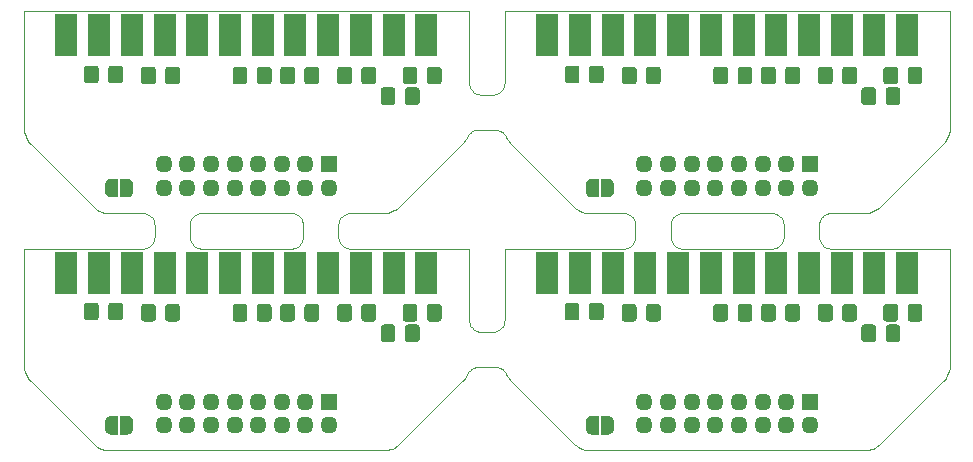
<source format=gbr>
G04 #@! TF.GenerationSoftware,KiCad,Pcbnew,5.1.5+dfsg1-2build2*
G04 #@! TF.CreationDate,2021-02-18T17:25:55-08:00*
G04 #@! TF.ProjectId,panel,70616e65-6c2e-46b6-9963-61645f706362,rev?*
G04 #@! TF.SameCoordinates,Original*
G04 #@! TF.FileFunction,Soldermask,Bot*
G04 #@! TF.FilePolarity,Negative*
%FSLAX46Y46*%
G04 Gerber Fmt 4.6, Leading zero omitted, Abs format (unit mm)*
G04 Created by KiCad (PCBNEW 5.1.5+dfsg1-2build2) date 2021-02-18 17:25:55*
%MOMM*%
%LPD*%
G04 APERTURE LIST*
G04 #@! TA.AperFunction,Profile*
%ADD10C,0.100000*%
G04 #@! TD*
%ADD11C,0.350000*%
%ADD12R,1.450000X1.450000*%
%ADD13O,1.450000X1.450000*%
%ADD14R,1.946667X3.580000*%
G04 APERTURE END LIST*
D10*
X72644400Y-70082900D02*
X65059100Y-70082900D01*
X72741700Y-70078100D02*
X72644400Y-70082900D01*
X72837800Y-70063900D02*
X72741700Y-70078100D01*
X72932100Y-70040300D02*
X72837800Y-70063900D01*
X73023500Y-70007500D02*
X72932100Y-70040300D01*
X73111400Y-69966000D02*
X73023500Y-70007500D01*
X73194700Y-69916000D02*
X73111400Y-69966000D01*
X73272700Y-69858200D02*
X73194700Y-69916000D01*
X73344700Y-69792900D02*
X73272700Y-69858200D01*
X73410000Y-69720900D02*
X73344700Y-69792900D01*
X73467800Y-69642900D02*
X73410000Y-69720900D01*
X73517800Y-69559600D02*
X73467800Y-69642900D01*
X73559300Y-69471800D02*
X73517800Y-69559600D01*
X73592000Y-69380300D02*
X73559300Y-69471800D01*
X73615600Y-69286000D02*
X73592000Y-69380300D01*
X73629900Y-69189900D02*
X73615600Y-69286000D01*
X73634700Y-69092700D02*
X73629900Y-69189900D01*
X73634700Y-68074000D02*
X73634700Y-69092700D01*
X73629900Y-67976700D02*
X73634700Y-68074000D01*
X73615600Y-67880600D02*
X73629900Y-67976700D01*
X73592000Y-67786400D02*
X73615600Y-67880600D01*
X73559300Y-67694900D02*
X73592000Y-67786400D01*
X73517800Y-67607100D02*
X73559300Y-67694900D01*
X73467900Y-67523800D02*
X73517800Y-67607100D01*
X73410000Y-67445700D02*
X73467900Y-67523800D01*
X73344800Y-67373700D02*
X73410000Y-67445700D01*
X73272800Y-67308500D02*
X73344800Y-67373700D01*
X73194800Y-67250600D02*
X73272800Y-67308500D01*
X73111400Y-67200700D02*
X73194800Y-67250600D01*
X73023600Y-67159100D02*
X73111400Y-67200700D01*
X72932200Y-67126400D02*
X73023600Y-67159100D01*
X72837900Y-67102800D02*
X72932200Y-67126400D01*
X72741900Y-67088500D02*
X72837900Y-67102800D01*
X72644600Y-67083700D02*
X72741900Y-67088500D01*
X65059200Y-67082600D02*
X72644600Y-67083700D01*
X64961900Y-67087300D02*
X65059200Y-67082600D01*
X64865800Y-67101600D02*
X64961900Y-67087300D01*
X64771600Y-67125200D02*
X64865800Y-67101600D01*
X64680100Y-67157900D02*
X64771600Y-67125200D01*
X64592300Y-67199400D02*
X64680100Y-67157900D01*
X64508900Y-67249400D02*
X64592300Y-67199400D01*
X64430900Y-67307200D02*
X64508900Y-67249400D01*
X64358900Y-67372500D02*
X64430900Y-67307200D01*
X64293600Y-67444500D02*
X64358900Y-67372500D01*
X64235700Y-67522500D02*
X64293600Y-67444500D01*
X64185800Y-67605800D02*
X64235700Y-67522500D01*
X64144200Y-67693700D02*
X64185800Y-67605800D01*
X64111500Y-67785200D02*
X64144200Y-67693700D01*
X64087900Y-67879400D02*
X64111500Y-67785200D01*
X64073600Y-67975500D02*
X64087900Y-67879400D01*
X64068800Y-68072800D02*
X64073600Y-67975500D01*
X64068800Y-69092700D02*
X64068800Y-68072800D01*
X64073600Y-69189900D02*
X64068800Y-69092700D01*
X64087900Y-69286000D02*
X64073600Y-69189900D01*
X64111500Y-69380300D02*
X64087900Y-69286000D01*
X64144200Y-69471800D02*
X64111500Y-69380300D01*
X64185700Y-69559600D02*
X64144200Y-69471800D01*
X64235700Y-69642900D02*
X64185700Y-69559600D01*
X64293600Y-69720900D02*
X64235700Y-69642900D01*
X64358800Y-69792900D02*
X64293600Y-69720900D01*
X64430800Y-69858200D02*
X64358800Y-69792900D01*
X64508800Y-69916000D02*
X64430800Y-69858200D01*
X64592200Y-69966000D02*
X64508800Y-69916000D01*
X64680000Y-70007500D02*
X64592200Y-69966000D01*
X64771500Y-70040300D02*
X64680000Y-70007500D01*
X64865700Y-70063900D02*
X64771500Y-70040300D01*
X64961800Y-70078100D02*
X64865700Y-70063900D01*
X65059100Y-70082900D02*
X64961800Y-70078100D01*
X87488100Y-60734200D02*
X87533600Y-60632300D01*
X87381200Y-60919400D02*
X87488100Y-60734200D01*
X87255200Y-61092200D02*
X87381200Y-60919400D01*
X87107900Y-61254900D02*
X87255200Y-61092200D01*
X81868200Y-66494500D02*
X87107900Y-61254900D01*
X81718300Y-66630300D02*
X81868200Y-66494500D01*
X81560100Y-66747600D02*
X81718300Y-66630300D01*
X81402700Y-66842300D02*
X81560100Y-66747600D01*
X81380900Y-66853900D02*
X81402700Y-66842300D01*
X81214600Y-66932300D02*
X81380900Y-66853900D01*
X81041200Y-66994600D02*
X81214600Y-66932300D01*
X81017600Y-67001800D02*
X81041200Y-66994600D01*
X80839200Y-67046200D02*
X81017600Y-67001800D01*
X80645000Y-67075000D02*
X80839200Y-67046200D01*
X80442500Y-67084900D02*
X80645000Y-67075000D01*
X77627100Y-67084500D02*
X80442500Y-67084900D01*
X77529800Y-67089200D02*
X77627100Y-67084500D01*
X77433700Y-67103500D02*
X77529800Y-67089200D01*
X77339400Y-67127100D02*
X77433700Y-67103500D01*
X77247900Y-67159800D02*
X77339400Y-67127100D01*
X77160100Y-67201300D02*
X77247900Y-67159800D01*
X77076800Y-67251300D02*
X77160100Y-67201300D01*
X76998700Y-67309100D02*
X77076800Y-67251300D01*
X76926700Y-67374400D02*
X76998700Y-67309100D01*
X76861500Y-67446400D02*
X76926700Y-67374400D01*
X76803600Y-67524400D02*
X76861500Y-67446400D01*
X76753600Y-67607800D02*
X76803600Y-67524400D01*
X76712100Y-67695600D02*
X76753600Y-67607800D01*
X76679300Y-67787100D02*
X76712100Y-67695600D01*
X76655700Y-67881300D02*
X76679300Y-67787100D01*
X76641500Y-67977400D02*
X76655700Y-67881300D01*
X76636700Y-68074700D02*
X76641500Y-67977400D01*
X76636700Y-69092700D02*
X76636700Y-68074700D01*
X76641500Y-69189900D02*
X76636700Y-69092700D01*
X76655700Y-69286000D02*
X76641500Y-69189900D01*
X76679300Y-69380300D02*
X76655700Y-69286000D01*
X76712100Y-69471800D02*
X76679300Y-69380300D01*
X76753600Y-69559600D02*
X76712100Y-69471800D01*
X76803500Y-69642900D02*
X76753600Y-69559600D01*
X76861400Y-69720900D02*
X76803500Y-69642900D01*
X76926700Y-69792900D02*
X76861400Y-69720900D01*
X76998600Y-69858200D02*
X76926700Y-69792900D01*
X77076700Y-69916000D02*
X76998600Y-69858200D01*
X77160000Y-69966000D02*
X77076700Y-69916000D01*
X77247800Y-70007500D02*
X77160000Y-69966000D01*
X77339300Y-70040300D02*
X77247800Y-70007500D01*
X77433500Y-70063900D02*
X77339300Y-70040300D01*
X77529600Y-70078100D02*
X77433500Y-70063900D01*
X77626900Y-70082900D02*
X77529600Y-70078100D01*
X87686000Y-70082900D02*
X77626900Y-70082900D01*
X87694000Y-70084400D02*
X87686000Y-70082900D01*
X87698500Y-70089400D02*
X87694000Y-70084400D01*
X87699600Y-70096500D02*
X87698500Y-70089400D01*
X87702600Y-76135100D02*
X87699600Y-70096500D01*
X87707400Y-76232400D02*
X87702600Y-76135100D01*
X87721700Y-76328400D02*
X87707400Y-76232400D01*
X87745400Y-76422600D02*
X87721700Y-76328400D01*
X87778100Y-76514100D02*
X87745400Y-76422600D01*
X87819700Y-76601800D02*
X87778100Y-76514100D01*
X87869600Y-76685100D02*
X87819700Y-76601800D01*
X87927500Y-76763100D02*
X87869600Y-76685100D01*
X87992700Y-76835100D02*
X87927500Y-76763100D01*
X88064700Y-76900300D02*
X87992700Y-76835100D01*
X88142700Y-76958100D02*
X88064700Y-76900300D01*
X88226100Y-77008000D02*
X88142700Y-76958100D01*
X88313900Y-77049500D02*
X88226100Y-77008000D01*
X88405300Y-77082300D02*
X88313900Y-77049500D01*
X88499500Y-77105800D02*
X88405300Y-77082300D01*
X88595600Y-77120100D02*
X88499500Y-77105800D01*
X88692800Y-77124900D02*
X88595600Y-77120100D01*
X89712800Y-77124900D02*
X88692800Y-77124900D01*
X89810100Y-77120100D02*
X89712800Y-77124900D01*
X89906200Y-77105800D02*
X89810100Y-77120100D01*
X90000400Y-77082200D02*
X89906200Y-77105800D01*
X90091900Y-77049500D02*
X90000400Y-77082200D01*
X90179700Y-77008000D02*
X90091900Y-77049500D01*
X90263000Y-76958000D02*
X90179700Y-77008000D01*
X90341100Y-76900200D02*
X90263000Y-76958000D01*
X90413100Y-76834900D02*
X90341100Y-76900200D01*
X90478300Y-76763000D02*
X90413100Y-76834900D01*
X90536200Y-76685000D02*
X90478300Y-76763000D01*
X90586100Y-76601600D02*
X90536200Y-76685000D01*
X90627700Y-76513800D02*
X90586100Y-76601600D01*
X90660400Y-76422400D02*
X90627700Y-76513800D01*
X90684000Y-76328100D02*
X90660400Y-76422400D01*
X90698300Y-76232000D02*
X90684000Y-76328100D01*
X90703100Y-76134800D02*
X90698300Y-76232000D01*
X90704000Y-70096500D02*
X90703100Y-76134800D01*
X90705100Y-70089400D02*
X90704000Y-70096500D01*
X90708800Y-70084900D02*
X90705100Y-70089400D01*
X90717600Y-70082900D02*
X90708800Y-70084900D01*
X100780100Y-70082900D02*
X90717600Y-70082900D01*
X100877400Y-70078100D02*
X100780100Y-70082900D01*
X100973500Y-70063900D02*
X100877400Y-70078100D01*
X101067700Y-70040300D02*
X100973500Y-70063900D01*
X101159200Y-70007500D02*
X101067700Y-70040300D01*
X101247000Y-69966000D02*
X101159200Y-70007500D01*
X101330400Y-69916000D02*
X101247000Y-69966000D01*
X101408400Y-69858200D02*
X101330400Y-69916000D01*
X101480400Y-69792900D02*
X101408400Y-69858200D01*
X101545600Y-69720900D02*
X101480400Y-69792900D01*
X101603500Y-69642900D02*
X101545600Y-69720900D01*
X101653500Y-69559600D02*
X101603500Y-69642900D01*
X101695000Y-69471800D02*
X101653500Y-69559600D01*
X101727700Y-69380300D02*
X101695000Y-69471800D01*
X101751300Y-69286000D02*
X101727700Y-69380300D01*
X101765600Y-69189900D02*
X101751300Y-69286000D01*
X101770400Y-69092700D02*
X101765600Y-69189900D01*
X101770400Y-68072100D02*
X101770400Y-69092700D01*
X101765600Y-67974800D02*
X101770400Y-68072100D01*
X101751300Y-67878700D02*
X101765600Y-67974800D01*
X101727700Y-67784500D02*
X101751300Y-67878700D01*
X101695000Y-67693000D02*
X101727700Y-67784500D01*
X101653500Y-67605200D02*
X101695000Y-67693000D01*
X101603500Y-67521900D02*
X101653500Y-67605200D01*
X101545700Y-67443800D02*
X101603500Y-67521900D01*
X101480400Y-67371800D02*
X101545700Y-67443800D01*
X101408500Y-67306600D02*
X101480400Y-67371800D01*
X101330400Y-67248700D02*
X101408500Y-67306600D01*
X101247100Y-67198800D02*
X101330400Y-67248700D01*
X101159300Y-67157200D02*
X101247100Y-67198800D01*
X101067900Y-67124500D02*
X101159300Y-67157200D01*
X100973600Y-67100900D02*
X101067900Y-67124500D01*
X100877500Y-67086600D02*
X100973600Y-67100900D01*
X100780300Y-67081800D02*
X100877500Y-67086600D01*
X97956900Y-67081400D02*
X100780300Y-67081800D01*
X97725700Y-67068300D02*
X97956900Y-67081400D01*
X97504700Y-67030700D02*
X97725700Y-67068300D01*
X97289200Y-66968600D02*
X97504700Y-67030700D01*
X97082000Y-66882800D02*
X97289200Y-66968600D01*
X96885800Y-66774300D02*
X97082000Y-66882800D01*
X96702900Y-66644500D02*
X96885800Y-66774300D01*
X96530600Y-66490600D02*
X96702900Y-66644500D01*
X91289100Y-61251500D02*
X96530600Y-66490600D01*
X91157000Y-61105500D02*
X91289100Y-61251500D01*
X91040000Y-60947700D02*
X91157000Y-61105500D01*
X90939300Y-60779700D02*
X91040000Y-60947700D01*
X90858600Y-60609800D02*
X90939300Y-60779700D01*
X90810400Y-60520200D02*
X90858600Y-60609800D01*
X90753400Y-60436100D02*
X90810400Y-60520200D01*
X90688100Y-60358300D02*
X90753400Y-60436100D01*
X90615100Y-60287600D02*
X90688100Y-60358300D01*
X90535400Y-60224800D02*
X90615100Y-60287600D01*
X90449500Y-60170500D02*
X90535400Y-60224800D01*
X90358600Y-60125200D02*
X90449500Y-60170500D01*
X90263600Y-60089500D02*
X90358600Y-60125200D01*
X90165300Y-60063800D02*
X90263600Y-60089500D01*
X90065000Y-60048200D02*
X90165300Y-60063800D01*
X89963300Y-60043000D02*
X90065000Y-60048200D01*
X88439200Y-60043000D02*
X89963300Y-60043000D01*
X88343900Y-60047500D02*
X88439200Y-60043000D01*
X88249700Y-60061200D02*
X88343900Y-60047500D01*
X88157300Y-60083900D02*
X88249700Y-60061200D01*
X88067400Y-60115300D02*
X88157300Y-60083900D01*
X87981000Y-60155200D02*
X88067400Y-60115300D01*
X87898900Y-60203200D02*
X87981000Y-60155200D01*
X87821700Y-60258900D02*
X87898900Y-60203200D01*
X87750200Y-60321800D02*
X87821700Y-60258900D01*
X87685100Y-60391200D02*
X87750200Y-60321800D01*
X87627000Y-60466500D02*
X87685100Y-60391200D01*
X87576400Y-60547100D02*
X87627000Y-60466500D01*
X87533600Y-60632300D02*
X87576400Y-60547100D01*
X113348000Y-70082900D02*
X105762600Y-70082900D01*
X113445200Y-70078100D02*
X113348000Y-70082900D01*
X113541300Y-70063900D02*
X113445200Y-70078100D01*
X113635600Y-70040300D02*
X113541300Y-70063900D01*
X113727100Y-70007500D02*
X113635600Y-70040300D01*
X113814900Y-69966000D02*
X113727100Y-70007500D01*
X113898200Y-69916000D02*
X113814900Y-69966000D01*
X113976200Y-69858200D02*
X113898200Y-69916000D01*
X114048200Y-69792900D02*
X113976200Y-69858200D01*
X114113500Y-69720900D02*
X114048200Y-69792900D01*
X114171300Y-69642900D02*
X114113500Y-69720900D01*
X114221300Y-69559600D02*
X114171300Y-69642900D01*
X114262800Y-69471800D02*
X114221300Y-69559600D01*
X114295600Y-69380300D02*
X114262800Y-69471800D01*
X114319200Y-69286000D02*
X114295600Y-69380300D01*
X114333400Y-69189900D02*
X114319200Y-69286000D01*
X114338200Y-69092700D02*
X114333400Y-69189900D01*
X114338200Y-68074000D02*
X114338200Y-69092700D01*
X114333400Y-67976700D02*
X114338200Y-68074000D01*
X114319200Y-67880600D02*
X114333400Y-67976700D01*
X114295600Y-67786400D02*
X114319200Y-67880600D01*
X114262800Y-67694900D02*
X114295600Y-67786400D01*
X114221300Y-67607100D02*
X114262800Y-67694900D01*
X114171400Y-67523800D02*
X114221300Y-67607100D01*
X114113500Y-67445700D02*
X114171400Y-67523800D01*
X114048300Y-67373700D02*
X114113500Y-67445700D01*
X113976300Y-67308500D02*
X114048300Y-67373700D01*
X113898300Y-67250600D02*
X113976300Y-67308500D01*
X113815000Y-67200700D02*
X113898300Y-67250600D01*
X113727200Y-67159100D02*
X113815000Y-67200700D01*
X113635700Y-67126400D02*
X113727200Y-67159100D01*
X113541500Y-67102800D02*
X113635700Y-67126400D01*
X113445400Y-67088500D02*
X113541500Y-67102800D01*
X113348100Y-67083700D02*
X113445400Y-67088500D01*
X105762800Y-67082600D02*
X113348100Y-67083700D01*
X105665500Y-67087300D02*
X105762800Y-67082600D01*
X105569400Y-67101600D02*
X105665500Y-67087300D01*
X105475100Y-67125200D02*
X105569400Y-67101600D01*
X105383600Y-67157900D02*
X105475100Y-67125200D01*
X105295800Y-67199400D02*
X105383600Y-67157900D01*
X105212400Y-67249400D02*
X105295800Y-67199400D01*
X105134400Y-67307200D02*
X105212400Y-67249400D01*
X105062400Y-67372500D02*
X105134400Y-67307200D01*
X104997100Y-67444500D02*
X105062400Y-67372500D01*
X104939200Y-67522500D02*
X104997100Y-67444500D01*
X104889300Y-67605800D02*
X104939200Y-67522500D01*
X104847700Y-67693700D02*
X104889300Y-67605800D01*
X104815000Y-67785200D02*
X104847700Y-67693700D01*
X104791400Y-67879400D02*
X104815000Y-67785200D01*
X104777100Y-67975500D02*
X104791400Y-67879400D01*
X104772400Y-68072800D02*
X104777100Y-67975500D01*
X104772400Y-69092700D02*
X104772400Y-68072800D01*
X104777100Y-69189900D02*
X104772400Y-69092700D01*
X104791400Y-69286000D02*
X104777100Y-69189900D01*
X104815000Y-69380300D02*
X104791400Y-69286000D01*
X104847700Y-69471800D02*
X104815000Y-69380300D01*
X104889300Y-69559600D02*
X104847700Y-69471800D01*
X104939200Y-69642900D02*
X104889300Y-69559600D01*
X104997100Y-69720900D02*
X104939200Y-69642900D01*
X105062300Y-69792900D02*
X104997100Y-69720900D01*
X105134300Y-69858200D02*
X105062300Y-69792900D01*
X105212400Y-69916000D02*
X105134300Y-69858200D01*
X105295700Y-69966000D02*
X105212400Y-69916000D01*
X105383500Y-70007500D02*
X105295700Y-69966000D01*
X105475000Y-70040300D02*
X105383500Y-70007500D01*
X105569200Y-70063900D02*
X105475000Y-70040300D01*
X105665300Y-70078100D02*
X105569200Y-70063900D01*
X105762600Y-70082900D02*
X105665300Y-70078100D01*
X50001300Y-50006400D02*
X50000500Y-50011600D01*
X50003800Y-50002300D02*
X50001300Y-50006400D01*
X50007900Y-49999800D02*
X50003800Y-50002300D01*
X50014100Y-49999000D02*
X50007900Y-49999800D01*
X87691200Y-49999500D02*
X50014100Y-49999000D01*
X87697600Y-50003800D02*
X87691200Y-49999500D01*
X87699600Y-50012600D02*
X87697600Y-50003800D01*
X87702600Y-56051200D02*
X87699600Y-50012600D01*
X87707400Y-56148400D02*
X87702600Y-56051200D01*
X87721700Y-56244500D02*
X87707400Y-56148400D01*
X87745400Y-56338700D02*
X87721700Y-56244500D01*
X87778100Y-56430100D02*
X87745400Y-56338700D01*
X87819700Y-56517900D02*
X87778100Y-56430100D01*
X87869600Y-56601200D02*
X87819700Y-56517900D01*
X87927500Y-56679200D02*
X87869600Y-56601200D01*
X87992700Y-56751200D02*
X87927500Y-56679200D01*
X88064700Y-56816400D02*
X87992700Y-56751200D01*
X88142700Y-56874200D02*
X88064700Y-56816400D01*
X88226100Y-56924100D02*
X88142700Y-56874200D01*
X88313900Y-56965600D02*
X88226100Y-56924100D01*
X88405300Y-56998300D02*
X88313900Y-56965600D01*
X88499500Y-57021900D02*
X88405300Y-56998300D01*
X88595600Y-57036200D02*
X88499500Y-57021900D01*
X88692800Y-57041000D02*
X88595600Y-57036200D01*
X89712800Y-57041000D02*
X88692800Y-57041000D01*
X89810100Y-57036200D02*
X89712800Y-57041000D01*
X89906200Y-57021900D02*
X89810100Y-57036200D01*
X90000400Y-56998300D02*
X89906200Y-57021900D01*
X90091900Y-56965600D02*
X90000400Y-56998300D01*
X90179700Y-56924100D02*
X90091900Y-56965600D01*
X90263000Y-56874100D02*
X90179700Y-56924100D01*
X90341100Y-56816300D02*
X90263000Y-56874100D01*
X90413100Y-56751000D02*
X90341100Y-56816300D01*
X90478300Y-56679100D02*
X90413100Y-56751000D01*
X90536200Y-56601000D02*
X90478300Y-56679100D01*
X90586100Y-56517700D02*
X90536200Y-56601000D01*
X90627700Y-56429900D02*
X90586100Y-56517700D01*
X90660400Y-56338500D02*
X90627700Y-56429900D01*
X90684000Y-56244200D02*
X90660400Y-56338500D01*
X90698300Y-56148100D02*
X90684000Y-56244200D01*
X90703100Y-56050900D02*
X90698300Y-56148100D01*
X90704000Y-50012600D02*
X90703100Y-56050900D01*
X90706000Y-50003800D02*
X90704000Y-50012600D01*
X90712400Y-49999500D02*
X90706000Y-50003800D01*
X128389500Y-49999000D02*
X90712400Y-49999500D01*
X128396600Y-50000100D02*
X128389500Y-49999000D01*
X128401600Y-50004600D02*
X128396600Y-50000100D01*
X128403100Y-50012600D02*
X128401600Y-50004600D01*
X128407700Y-59912500D02*
X128403100Y-50012600D01*
X128386800Y-60125800D02*
X128407700Y-59912500D01*
X128346700Y-60321800D02*
X128386800Y-60125800D01*
X128339900Y-60347700D02*
X128346700Y-60321800D01*
X128278400Y-60538200D02*
X128339900Y-60347700D01*
X128197500Y-60721900D02*
X128278400Y-60538200D01*
X128185400Y-60745700D02*
X128197500Y-60721900D01*
X128091700Y-60908000D02*
X128185400Y-60745700D01*
X128077300Y-60930100D02*
X128091700Y-60908000D01*
X127959100Y-61091700D02*
X128077300Y-60930100D01*
X127811300Y-61254900D02*
X127959100Y-61091700D01*
X122571700Y-66494500D02*
X127811300Y-61254900D01*
X122421800Y-66630300D02*
X122571700Y-66494500D01*
X122263700Y-66747600D02*
X122421800Y-66630300D01*
X122106200Y-66842300D02*
X122263700Y-66747600D01*
X122084400Y-66853900D02*
X122106200Y-66842300D01*
X121918100Y-66932300D02*
X122084400Y-66853900D01*
X121744700Y-66994600D02*
X121918100Y-66932300D01*
X121721100Y-67001800D02*
X121744700Y-66994600D01*
X121542700Y-67046200D02*
X121721100Y-67001800D01*
X121348000Y-67075000D02*
X121542700Y-67046200D01*
X121146000Y-67084900D02*
X121348000Y-67075000D01*
X118330600Y-67084500D02*
X121146000Y-67084900D01*
X118233300Y-67089200D02*
X118330600Y-67084500D01*
X118137200Y-67103500D02*
X118233300Y-67089200D01*
X118042900Y-67127100D02*
X118137200Y-67103500D01*
X117951500Y-67159800D02*
X118042900Y-67127100D01*
X117863600Y-67201300D02*
X117951500Y-67159800D01*
X117780300Y-67251300D02*
X117863600Y-67201300D01*
X117702200Y-67309100D02*
X117780300Y-67251300D01*
X117630200Y-67374400D02*
X117702200Y-67309100D01*
X117565000Y-67446400D02*
X117630200Y-67374400D01*
X117507100Y-67524400D02*
X117565000Y-67446400D01*
X117457100Y-67607800D02*
X117507100Y-67524400D01*
X117415600Y-67695600D02*
X117457100Y-67607800D01*
X117382800Y-67787100D02*
X117415600Y-67695600D01*
X117359200Y-67881300D02*
X117382800Y-67787100D01*
X117345000Y-67977400D02*
X117359200Y-67881300D01*
X117340200Y-68074700D02*
X117345000Y-67977400D01*
X117340200Y-69092700D02*
X117340200Y-68074700D01*
X117345000Y-69189900D02*
X117340200Y-69092700D01*
X117359200Y-69286000D02*
X117345000Y-69189900D01*
X117382800Y-69380300D02*
X117359200Y-69286000D01*
X117415600Y-69471800D02*
X117382800Y-69380300D01*
X117457100Y-69559600D02*
X117415600Y-69471800D01*
X117507100Y-69642900D02*
X117457100Y-69559600D01*
X117564900Y-69720900D02*
X117507100Y-69642900D01*
X117630200Y-69792900D02*
X117564900Y-69720900D01*
X117702200Y-69858200D02*
X117630200Y-69792900D01*
X117780200Y-69916000D02*
X117702200Y-69858200D01*
X117863500Y-69966000D02*
X117780200Y-69916000D01*
X117951300Y-70007500D02*
X117863500Y-69966000D01*
X118042800Y-70040300D02*
X117951300Y-70007500D01*
X118137100Y-70063900D02*
X118042800Y-70040300D01*
X118233200Y-70078100D02*
X118137100Y-70063900D01*
X118330400Y-70082900D02*
X118233200Y-70078100D01*
X128389500Y-70082900D02*
X118330400Y-70082900D01*
X128396600Y-70084000D02*
X128389500Y-70082900D01*
X128400500Y-70086900D02*
X128396600Y-70084000D01*
X128403100Y-70096500D02*
X128400500Y-70086900D01*
X128408000Y-79984300D02*
X128403100Y-70096500D01*
X128406800Y-80008900D02*
X128408000Y-79984300D01*
X128388500Y-80196100D02*
X128406800Y-80008900D01*
X128384500Y-80222500D02*
X128388500Y-80196100D01*
X128343500Y-80419100D02*
X128384500Y-80222500D01*
X128278200Y-80622600D02*
X128343500Y-80419100D01*
X128191800Y-80817700D02*
X128278200Y-80622600D01*
X128085000Y-81002900D02*
X128191800Y-80817700D01*
X127959100Y-81175700D02*
X128085000Y-81002900D01*
X127815500Y-81334500D02*
X127959100Y-81175700D01*
X122567200Y-86582800D02*
X127815500Y-81334500D01*
X122421400Y-86714600D02*
X122567200Y-86582800D01*
X122264100Y-86831200D02*
X122421400Y-86714600D01*
X122095600Y-86932200D02*
X122264100Y-86831200D01*
X121929200Y-87011300D02*
X122095600Y-86932200D01*
X121906400Y-87020700D02*
X121929200Y-87011300D01*
X121744700Y-87078500D02*
X121906400Y-87020700D01*
X121721100Y-87085700D02*
X121744700Y-87078500D01*
X121542300Y-87130200D02*
X121721100Y-87085700D01*
X121348000Y-87158900D02*
X121542300Y-87130200D01*
X121146000Y-87168800D02*
X121348000Y-87158900D01*
X97956900Y-87165300D02*
X121146000Y-87168800D01*
X97726300Y-87152300D02*
X97956900Y-87165300D01*
X97505200Y-87114800D02*
X97726300Y-87152300D01*
X97289200Y-87052500D02*
X97505200Y-87114800D01*
X97095200Y-86972600D02*
X97289200Y-87052500D01*
X97069800Y-86960400D02*
X97095200Y-86972600D01*
X96886200Y-86858500D02*
X97069800Y-86960400D01*
X96714400Y-86737100D02*
X96886200Y-86858500D01*
X96692400Y-86719600D02*
X96714400Y-86737100D01*
X96535800Y-86579500D02*
X96692400Y-86719600D01*
X91289100Y-81335400D02*
X96535800Y-86579500D01*
X91157000Y-81189400D02*
X91289100Y-81335400D01*
X91040300Y-81032100D02*
X91157000Y-81189400D01*
X90939300Y-80863600D02*
X91040300Y-81032100D01*
X90858600Y-80693800D02*
X90939300Y-80863600D01*
X90810400Y-80604100D02*
X90858600Y-80693800D01*
X90753400Y-80520000D02*
X90810400Y-80604100D01*
X90688100Y-80442200D02*
X90753400Y-80520000D01*
X90615100Y-80371600D02*
X90688100Y-80442200D01*
X90535400Y-80308700D02*
X90615100Y-80371600D01*
X90449500Y-80254400D02*
X90535400Y-80308700D01*
X90358600Y-80209100D02*
X90449500Y-80254400D01*
X90263600Y-80173400D02*
X90358600Y-80209100D01*
X90165300Y-80147700D02*
X90263600Y-80173400D01*
X90065000Y-80132100D02*
X90165300Y-80147700D01*
X89963300Y-80126900D02*
X90065000Y-80132100D01*
X88439200Y-80126900D02*
X89963300Y-80126900D01*
X88343900Y-80131500D02*
X88439200Y-80126900D01*
X88249700Y-80145100D02*
X88343900Y-80131500D01*
X88157300Y-80167800D02*
X88249700Y-80145100D01*
X88067400Y-80199200D02*
X88157300Y-80167800D01*
X87981000Y-80239100D02*
X88067400Y-80199200D01*
X87898900Y-80287100D02*
X87981000Y-80239100D01*
X87821700Y-80342800D02*
X87898900Y-80287100D01*
X87750200Y-80405700D02*
X87821700Y-80342800D01*
X87685100Y-80475100D02*
X87750200Y-80405700D01*
X87627000Y-80550400D02*
X87685100Y-80475100D01*
X87576400Y-80631000D02*
X87627000Y-80550400D01*
X87533600Y-80716300D02*
X87576400Y-80631000D01*
X87488100Y-80818100D02*
X87533600Y-80716300D01*
X87381200Y-81003300D02*
X87488100Y-80818100D01*
X87255600Y-81175700D02*
X87381200Y-81003300D01*
X87112000Y-81334500D02*
X87255600Y-81175700D01*
X81863800Y-86582600D02*
X87112000Y-81334500D01*
X81718300Y-86714300D02*
X81863800Y-86582600D01*
X81570500Y-86824300D02*
X81718300Y-86714300D01*
X81550000Y-86838000D02*
X81570500Y-86824300D01*
X81391700Y-86932400D02*
X81550000Y-86838000D01*
X81214600Y-87016200D02*
X81391700Y-86932400D01*
X81041200Y-87078500D02*
X81214600Y-87016200D01*
X81017600Y-87085700D02*
X81041200Y-87078500D01*
X80839200Y-87130100D02*
X81017600Y-87085700D01*
X80644500Y-87158900D02*
X80839200Y-87130100D01*
X80442500Y-87168800D02*
X80644500Y-87158900D01*
X57253400Y-87165300D02*
X80442500Y-87168800D01*
X57022800Y-87152300D02*
X57253400Y-87165300D01*
X56815300Y-87117500D02*
X57022800Y-87152300D01*
X56787800Y-87111200D02*
X56815300Y-87117500D01*
X56599400Y-87056900D02*
X56787800Y-87111200D01*
X56573100Y-87047700D02*
X56599400Y-87056900D01*
X56378500Y-86966700D02*
X56573100Y-87047700D01*
X56182200Y-86858200D02*
X56378500Y-86966700D01*
X55999400Y-86728400D02*
X56182200Y-86858200D01*
X55827100Y-86574600D02*
X55999400Y-86728400D01*
X50585500Y-81335400D02*
X55827100Y-86574600D01*
X50453500Y-81189400D02*
X50585500Y-81335400D01*
X50336500Y-81031700D02*
X50453500Y-81189400D01*
X50235500Y-80863200D02*
X50336500Y-81031700D01*
X50151500Y-80685600D02*
X50235500Y-80863200D01*
X50085500Y-80501100D02*
X50151500Y-80685600D01*
X50037800Y-80310500D02*
X50085500Y-80501100D01*
X50008900Y-80116200D02*
X50037800Y-80310500D01*
X49999100Y-79919700D02*
X50008900Y-80116200D01*
X50001000Y-70091300D02*
X49999100Y-79919700D01*
X50005300Y-70084900D02*
X50001000Y-70091300D01*
X50014100Y-70082900D02*
X50005300Y-70084900D01*
X60076600Y-70082900D02*
X50014100Y-70082900D01*
X60173900Y-70078100D02*
X60076600Y-70082900D01*
X60270000Y-70063900D02*
X60173900Y-70078100D01*
X60364200Y-70040300D02*
X60270000Y-70063900D01*
X60455700Y-70007500D02*
X60364200Y-70040300D01*
X60543500Y-69966000D02*
X60455700Y-70007500D01*
X60626800Y-69916000D02*
X60543500Y-69966000D01*
X60704900Y-69858200D02*
X60626800Y-69916000D01*
X60776900Y-69792900D02*
X60704900Y-69858200D01*
X60842100Y-69720900D02*
X60776900Y-69792900D01*
X60900000Y-69642900D02*
X60842100Y-69720900D01*
X60949900Y-69559600D02*
X60900000Y-69642900D01*
X60991500Y-69471800D02*
X60949900Y-69559600D01*
X61024200Y-69380300D02*
X60991500Y-69471800D01*
X61047800Y-69286000D02*
X61024200Y-69380300D01*
X61062100Y-69189900D02*
X61047800Y-69286000D01*
X61066800Y-69092700D02*
X61062100Y-69189900D01*
X61066800Y-68072100D02*
X61066800Y-69092700D01*
X61062100Y-67974800D02*
X61066800Y-68072100D01*
X61047800Y-67878700D02*
X61062100Y-67974800D01*
X61024200Y-67784500D02*
X61047800Y-67878700D01*
X60991500Y-67693000D02*
X61024200Y-67784500D01*
X60950000Y-67605200D02*
X60991500Y-67693000D01*
X60900000Y-67521900D02*
X60950000Y-67605200D01*
X60842200Y-67443800D02*
X60900000Y-67521900D01*
X60776900Y-67371800D02*
X60842200Y-67443800D01*
X60704900Y-67306600D02*
X60776900Y-67371800D01*
X60626900Y-67248700D02*
X60704900Y-67306600D01*
X60543600Y-67198800D02*
X60626900Y-67248700D01*
X60455800Y-67157200D02*
X60543600Y-67198800D01*
X60364300Y-67124500D02*
X60455800Y-67157200D01*
X60270100Y-67100900D02*
X60364300Y-67124500D01*
X60174000Y-67086600D02*
X60270100Y-67100900D01*
X60076700Y-67081800D02*
X60174000Y-67086600D01*
X57253400Y-67081400D02*
X60076700Y-67081800D01*
X57036300Y-67069600D02*
X57253400Y-67081400D01*
X57008600Y-67066400D02*
X57036300Y-67069600D01*
X56801700Y-67030900D02*
X57008600Y-67066400D01*
X56586200Y-66968800D02*
X56801700Y-67030900D01*
X56379000Y-66883000D02*
X56586200Y-66968800D01*
X56182200Y-66774300D02*
X56379000Y-66883000D01*
X55999400Y-66644500D02*
X56182200Y-66774300D01*
X55827100Y-66490700D02*
X55999400Y-66644500D01*
X50589800Y-61255800D02*
X55827100Y-66490700D01*
X50453500Y-61105500D02*
X50589800Y-61255800D01*
X50343800Y-60958100D02*
X50453500Y-61105500D01*
X50330200Y-60937800D02*
X50343800Y-60958100D01*
X50235700Y-60779700D02*
X50330200Y-60937800D01*
X50156600Y-60613200D02*
X50235700Y-60779700D01*
X50147200Y-60590400D02*
X50156600Y-60613200D01*
X50085400Y-60416700D02*
X50147200Y-60590400D01*
X50040400Y-60238500D02*
X50085400Y-60416700D01*
X50035600Y-60214300D02*
X50040400Y-60238500D01*
X50008900Y-60031800D02*
X50035600Y-60214300D01*
X49999100Y-59836000D02*
X50008900Y-60031800D01*
X50000500Y-50011600D02*
X49999100Y-59836000D01*
D11*
G04 #@! TO.C,JP7*
G36*
X98918367Y-85836950D02*
G01*
X98908988Y-85834105D01*
X98900343Y-85829484D01*
X98892767Y-85823266D01*
X98886549Y-85815690D01*
X98881928Y-85807045D01*
X98879083Y-85797666D01*
X98878122Y-85787911D01*
X98878122Y-84287911D01*
X98879083Y-84278156D01*
X98881928Y-84268777D01*
X98886549Y-84260132D01*
X98892767Y-84252556D01*
X98900343Y-84246338D01*
X98908988Y-84241717D01*
X98918367Y-84238872D01*
X98928122Y-84237911D01*
X99428122Y-84237911D01*
X99434233Y-84238513D01*
X99452656Y-84238513D01*
X99457557Y-84238754D01*
X99506388Y-84243564D01*
X99511241Y-84244284D01*
X99559366Y-84253856D01*
X99564127Y-84255048D01*
X99611082Y-84269292D01*
X99615701Y-84270945D01*
X99661034Y-84289722D01*
X99665471Y-84291820D01*
X99708744Y-84314951D01*
X99712951Y-84317473D01*
X99753750Y-84344733D01*
X99757692Y-84347657D01*
X99795621Y-84378785D01*
X99799256Y-84382080D01*
X99833953Y-84416777D01*
X99837248Y-84420412D01*
X99868376Y-84458341D01*
X99871300Y-84462283D01*
X99898560Y-84503082D01*
X99901082Y-84507289D01*
X99924213Y-84550562D01*
X99926311Y-84554999D01*
X99945088Y-84600332D01*
X99946741Y-84604951D01*
X99960985Y-84651906D01*
X99962177Y-84656667D01*
X99971749Y-84704792D01*
X99972469Y-84709645D01*
X99977279Y-84758476D01*
X99977520Y-84763377D01*
X99977520Y-84781800D01*
X99978122Y-84787911D01*
X99978122Y-85287911D01*
X99977520Y-85294022D01*
X99977520Y-85312445D01*
X99977279Y-85317346D01*
X99972469Y-85366177D01*
X99971749Y-85371030D01*
X99962177Y-85419155D01*
X99960985Y-85423916D01*
X99946741Y-85470871D01*
X99945088Y-85475490D01*
X99926311Y-85520823D01*
X99924213Y-85525260D01*
X99901082Y-85568533D01*
X99898560Y-85572740D01*
X99871300Y-85613539D01*
X99868376Y-85617481D01*
X99837248Y-85655410D01*
X99833953Y-85659045D01*
X99799256Y-85693742D01*
X99795621Y-85697037D01*
X99757692Y-85728165D01*
X99753750Y-85731089D01*
X99712951Y-85758349D01*
X99708744Y-85760871D01*
X99665471Y-85784002D01*
X99661034Y-85786100D01*
X99615701Y-85804877D01*
X99611082Y-85806530D01*
X99564127Y-85820774D01*
X99559366Y-85821966D01*
X99511241Y-85831538D01*
X99506388Y-85832258D01*
X99457557Y-85837068D01*
X99452656Y-85837309D01*
X99434233Y-85837309D01*
X99428122Y-85837911D01*
X98928122Y-85837911D01*
X98918367Y-85836950D01*
G37*
G36*
X98122011Y-85837309D02*
G01*
X98103588Y-85837309D01*
X98098687Y-85837068D01*
X98049856Y-85832258D01*
X98045003Y-85831538D01*
X97996878Y-85821966D01*
X97992117Y-85820774D01*
X97945162Y-85806530D01*
X97940543Y-85804877D01*
X97895210Y-85786100D01*
X97890773Y-85784002D01*
X97847500Y-85760871D01*
X97843293Y-85758349D01*
X97802494Y-85731089D01*
X97798552Y-85728165D01*
X97760623Y-85697037D01*
X97756988Y-85693742D01*
X97722291Y-85659045D01*
X97718996Y-85655410D01*
X97687868Y-85617481D01*
X97684944Y-85613539D01*
X97657684Y-85572740D01*
X97655162Y-85568533D01*
X97632031Y-85525260D01*
X97629933Y-85520823D01*
X97611156Y-85475490D01*
X97609503Y-85470871D01*
X97595259Y-85423916D01*
X97594067Y-85419155D01*
X97584495Y-85371030D01*
X97583775Y-85366177D01*
X97578965Y-85317346D01*
X97578724Y-85312445D01*
X97578724Y-85294022D01*
X97578122Y-85287911D01*
X97578122Y-84787911D01*
X97578724Y-84781800D01*
X97578724Y-84763377D01*
X97578965Y-84758476D01*
X97583775Y-84709645D01*
X97584495Y-84704792D01*
X97594067Y-84656667D01*
X97595259Y-84651906D01*
X97609503Y-84604951D01*
X97611156Y-84600332D01*
X97629933Y-84554999D01*
X97632031Y-84550562D01*
X97655162Y-84507289D01*
X97657684Y-84503082D01*
X97684944Y-84462283D01*
X97687868Y-84458341D01*
X97718996Y-84420412D01*
X97722291Y-84416777D01*
X97756988Y-84382080D01*
X97760623Y-84378785D01*
X97798552Y-84347657D01*
X97802494Y-84344733D01*
X97843293Y-84317473D01*
X97847500Y-84314951D01*
X97890773Y-84291820D01*
X97895210Y-84289722D01*
X97940543Y-84270945D01*
X97945162Y-84269292D01*
X97992117Y-84255048D01*
X97996878Y-84253856D01*
X98045003Y-84244284D01*
X98049856Y-84243564D01*
X98098687Y-84238754D01*
X98103588Y-84238513D01*
X98122011Y-84238513D01*
X98128122Y-84237911D01*
X98628122Y-84237911D01*
X98637877Y-84238872D01*
X98647256Y-84241717D01*
X98655901Y-84246338D01*
X98663477Y-84252556D01*
X98669695Y-84260132D01*
X98674316Y-84268777D01*
X98677161Y-84278156D01*
X98678122Y-84287911D01*
X98678122Y-85787911D01*
X98677161Y-85797666D01*
X98674316Y-85807045D01*
X98669695Y-85815690D01*
X98663477Y-85823266D01*
X98655901Y-85829484D01*
X98647256Y-85834105D01*
X98637877Y-85836950D01*
X98628122Y-85837911D01*
X98128122Y-85837911D01*
X98122011Y-85837309D01*
G37*
G04 #@! TD*
D12*
G04 #@! TO.C,J1*
X116551022Y-83037911D03*
D13*
X116551022Y-85037911D03*
X114551022Y-83037911D03*
X114551022Y-85037911D03*
X112551022Y-83037911D03*
X112551022Y-85037911D03*
X110551022Y-83037911D03*
X110551022Y-85037911D03*
X108551022Y-83037911D03*
X108551022Y-85037911D03*
X106551022Y-83037911D03*
X106551022Y-85037911D03*
X104551022Y-83037911D03*
X104551022Y-85037911D03*
X102551022Y-83037911D03*
X102551022Y-85037911D03*
G04 #@! TD*
D11*
G04 #@! TO.C,R1*
G36*
X96800919Y-74669219D02*
G01*
X96827297Y-74673132D01*
X96853165Y-74679612D01*
X96878274Y-74688596D01*
X96902380Y-74699997D01*
X96925254Y-74713707D01*
X96946673Y-74729593D01*
X96966432Y-74747501D01*
X96984340Y-74767260D01*
X97000226Y-74788679D01*
X97013936Y-74811553D01*
X97025337Y-74835659D01*
X97034321Y-74860768D01*
X97040801Y-74886636D01*
X97044714Y-74913014D01*
X97046022Y-74939649D01*
X97046022Y-75896173D01*
X97044714Y-75922808D01*
X97040801Y-75949186D01*
X97034321Y-75975054D01*
X97025337Y-76000163D01*
X97013936Y-76024269D01*
X97000226Y-76047143D01*
X96984340Y-76068562D01*
X96966432Y-76088321D01*
X96946673Y-76106229D01*
X96925254Y-76122115D01*
X96902380Y-76135825D01*
X96878274Y-76147226D01*
X96853165Y-76156210D01*
X96827297Y-76162690D01*
X96800919Y-76166603D01*
X96774284Y-76167911D01*
X96067760Y-76167911D01*
X96041125Y-76166603D01*
X96014747Y-76162690D01*
X95988879Y-76156210D01*
X95963770Y-76147226D01*
X95939664Y-76135825D01*
X95916790Y-76122115D01*
X95895371Y-76106229D01*
X95875612Y-76088321D01*
X95857704Y-76068562D01*
X95841818Y-76047143D01*
X95828108Y-76024269D01*
X95816707Y-76000163D01*
X95807723Y-75975054D01*
X95801243Y-75949186D01*
X95797330Y-75922808D01*
X95796022Y-75896173D01*
X95796022Y-74939649D01*
X95797330Y-74913014D01*
X95801243Y-74886636D01*
X95807723Y-74860768D01*
X95816707Y-74835659D01*
X95828108Y-74811553D01*
X95841818Y-74788679D01*
X95857704Y-74767260D01*
X95875612Y-74747501D01*
X95895371Y-74729593D01*
X95916790Y-74713707D01*
X95939664Y-74699997D01*
X95963770Y-74688596D01*
X95988879Y-74679612D01*
X96014747Y-74673132D01*
X96041125Y-74669219D01*
X96067760Y-74667911D01*
X96774284Y-74667911D01*
X96800919Y-74669219D01*
G37*
G36*
X98850919Y-74669219D02*
G01*
X98877297Y-74673132D01*
X98903165Y-74679612D01*
X98928274Y-74688596D01*
X98952380Y-74699997D01*
X98975254Y-74713707D01*
X98996673Y-74729593D01*
X99016432Y-74747501D01*
X99034340Y-74767260D01*
X99050226Y-74788679D01*
X99063936Y-74811553D01*
X99075337Y-74835659D01*
X99084321Y-74860768D01*
X99090801Y-74886636D01*
X99094714Y-74913014D01*
X99096022Y-74939649D01*
X99096022Y-75896173D01*
X99094714Y-75922808D01*
X99090801Y-75949186D01*
X99084321Y-75975054D01*
X99075337Y-76000163D01*
X99063936Y-76024269D01*
X99050226Y-76047143D01*
X99034340Y-76068562D01*
X99016432Y-76088321D01*
X98996673Y-76106229D01*
X98975254Y-76122115D01*
X98952380Y-76135825D01*
X98928274Y-76147226D01*
X98903165Y-76156210D01*
X98877297Y-76162690D01*
X98850919Y-76166603D01*
X98824284Y-76167911D01*
X98117760Y-76167911D01*
X98091125Y-76166603D01*
X98064747Y-76162690D01*
X98038879Y-76156210D01*
X98013770Y-76147226D01*
X97989664Y-76135825D01*
X97966790Y-76122115D01*
X97945371Y-76106229D01*
X97925612Y-76088321D01*
X97907704Y-76068562D01*
X97891818Y-76047143D01*
X97878108Y-76024269D01*
X97866707Y-76000163D01*
X97857723Y-75975054D01*
X97851243Y-75949186D01*
X97847330Y-75922808D01*
X97846022Y-75896173D01*
X97846022Y-74939649D01*
X97847330Y-74913014D01*
X97851243Y-74886636D01*
X97857723Y-74860768D01*
X97866707Y-74835659D01*
X97878108Y-74811553D01*
X97891818Y-74788679D01*
X97907704Y-74767260D01*
X97925612Y-74747501D01*
X97945371Y-74729593D01*
X97966790Y-74713707D01*
X97989664Y-74699997D01*
X98013770Y-74688596D01*
X98038879Y-74679612D01*
X98064747Y-74673132D01*
X98091125Y-74669219D01*
X98117760Y-74667911D01*
X98824284Y-74667911D01*
X98850919Y-74669219D01*
G37*
G04 #@! TD*
G04 #@! TO.C,R2*
G36*
X123780919Y-74759219D02*
G01*
X123807297Y-74763132D01*
X123833165Y-74769612D01*
X123858274Y-74778596D01*
X123882380Y-74789997D01*
X123905254Y-74803707D01*
X123926673Y-74819593D01*
X123946432Y-74837501D01*
X123964340Y-74857260D01*
X123980226Y-74878679D01*
X123993936Y-74901553D01*
X124005337Y-74925659D01*
X124014321Y-74950768D01*
X124020801Y-74976636D01*
X124024714Y-75003014D01*
X124026022Y-75029649D01*
X124026022Y-75986173D01*
X124024714Y-76012808D01*
X124020801Y-76039186D01*
X124014321Y-76065054D01*
X124005337Y-76090163D01*
X123993936Y-76114269D01*
X123980226Y-76137143D01*
X123964340Y-76158562D01*
X123946432Y-76178321D01*
X123926673Y-76196229D01*
X123905254Y-76212115D01*
X123882380Y-76225825D01*
X123858274Y-76237226D01*
X123833165Y-76246210D01*
X123807297Y-76252690D01*
X123780919Y-76256603D01*
X123754284Y-76257911D01*
X123047760Y-76257911D01*
X123021125Y-76256603D01*
X122994747Y-76252690D01*
X122968879Y-76246210D01*
X122943770Y-76237226D01*
X122919664Y-76225825D01*
X122896790Y-76212115D01*
X122875371Y-76196229D01*
X122855612Y-76178321D01*
X122837704Y-76158562D01*
X122821818Y-76137143D01*
X122808108Y-76114269D01*
X122796707Y-76090163D01*
X122787723Y-76065054D01*
X122781243Y-76039186D01*
X122777330Y-76012808D01*
X122776022Y-75986173D01*
X122776022Y-75029649D01*
X122777330Y-75003014D01*
X122781243Y-74976636D01*
X122787723Y-74950768D01*
X122796707Y-74925659D01*
X122808108Y-74901553D01*
X122821818Y-74878679D01*
X122837704Y-74857260D01*
X122855612Y-74837501D01*
X122875371Y-74819593D01*
X122896790Y-74803707D01*
X122919664Y-74789997D01*
X122943770Y-74778596D01*
X122968879Y-74769612D01*
X122994747Y-74763132D01*
X123021125Y-74759219D01*
X123047760Y-74757911D01*
X123754284Y-74757911D01*
X123780919Y-74759219D01*
G37*
G36*
X125830919Y-74759219D02*
G01*
X125857297Y-74763132D01*
X125883165Y-74769612D01*
X125908274Y-74778596D01*
X125932380Y-74789997D01*
X125955254Y-74803707D01*
X125976673Y-74819593D01*
X125996432Y-74837501D01*
X126014340Y-74857260D01*
X126030226Y-74878679D01*
X126043936Y-74901553D01*
X126055337Y-74925659D01*
X126064321Y-74950768D01*
X126070801Y-74976636D01*
X126074714Y-75003014D01*
X126076022Y-75029649D01*
X126076022Y-75986173D01*
X126074714Y-76012808D01*
X126070801Y-76039186D01*
X126064321Y-76065054D01*
X126055337Y-76090163D01*
X126043936Y-76114269D01*
X126030226Y-76137143D01*
X126014340Y-76158562D01*
X125996432Y-76178321D01*
X125976673Y-76196229D01*
X125955254Y-76212115D01*
X125932380Y-76225825D01*
X125908274Y-76237226D01*
X125883165Y-76246210D01*
X125857297Y-76252690D01*
X125830919Y-76256603D01*
X125804284Y-76257911D01*
X125097760Y-76257911D01*
X125071125Y-76256603D01*
X125044747Y-76252690D01*
X125018879Y-76246210D01*
X124993770Y-76237226D01*
X124969664Y-76225825D01*
X124946790Y-76212115D01*
X124925371Y-76196229D01*
X124905612Y-76178321D01*
X124887704Y-76158562D01*
X124871818Y-76137143D01*
X124858108Y-76114269D01*
X124846707Y-76090163D01*
X124837723Y-76065054D01*
X124831243Y-76039186D01*
X124827330Y-76012808D01*
X124826022Y-75986173D01*
X124826022Y-75029649D01*
X124827330Y-75003014D01*
X124831243Y-74976636D01*
X124837723Y-74950768D01*
X124846707Y-74925659D01*
X124858108Y-74901553D01*
X124871818Y-74878679D01*
X124887704Y-74857260D01*
X124905612Y-74837501D01*
X124925371Y-74819593D01*
X124946790Y-74803707D01*
X124969664Y-74789997D01*
X124993770Y-74778596D01*
X125018879Y-74769612D01*
X125044747Y-74763132D01*
X125071125Y-74759219D01*
X125097760Y-74757911D01*
X125804284Y-74757911D01*
X125830919Y-74759219D01*
G37*
G04 #@! TD*
G04 #@! TO.C,R3*
G36*
X103683019Y-74759219D02*
G01*
X103709397Y-74763132D01*
X103735265Y-74769612D01*
X103760374Y-74778596D01*
X103784480Y-74789997D01*
X103807354Y-74803707D01*
X103828773Y-74819593D01*
X103848532Y-74837501D01*
X103866440Y-74857260D01*
X103882326Y-74878679D01*
X103896036Y-74901553D01*
X103907437Y-74925659D01*
X103916421Y-74950768D01*
X103922901Y-74976636D01*
X103926814Y-75003014D01*
X103928122Y-75029649D01*
X103928122Y-75986173D01*
X103926814Y-76012808D01*
X103922901Y-76039186D01*
X103916421Y-76065054D01*
X103907437Y-76090163D01*
X103896036Y-76114269D01*
X103882326Y-76137143D01*
X103866440Y-76158562D01*
X103848532Y-76178321D01*
X103828773Y-76196229D01*
X103807354Y-76212115D01*
X103784480Y-76225825D01*
X103760374Y-76237226D01*
X103735265Y-76246210D01*
X103709397Y-76252690D01*
X103683019Y-76256603D01*
X103656384Y-76257911D01*
X102949860Y-76257911D01*
X102923225Y-76256603D01*
X102896847Y-76252690D01*
X102870979Y-76246210D01*
X102845870Y-76237226D01*
X102821764Y-76225825D01*
X102798890Y-76212115D01*
X102777471Y-76196229D01*
X102757712Y-76178321D01*
X102739804Y-76158562D01*
X102723918Y-76137143D01*
X102710208Y-76114269D01*
X102698807Y-76090163D01*
X102689823Y-76065054D01*
X102683343Y-76039186D01*
X102679430Y-76012808D01*
X102678122Y-75986173D01*
X102678122Y-75029649D01*
X102679430Y-75003014D01*
X102683343Y-74976636D01*
X102689823Y-74950768D01*
X102698807Y-74925659D01*
X102710208Y-74901553D01*
X102723918Y-74878679D01*
X102739804Y-74857260D01*
X102757712Y-74837501D01*
X102777471Y-74819593D01*
X102798890Y-74803707D01*
X102821764Y-74789997D01*
X102845870Y-74778596D01*
X102870979Y-74769612D01*
X102896847Y-74763132D01*
X102923225Y-74759219D01*
X102949860Y-74757911D01*
X103656384Y-74757911D01*
X103683019Y-74759219D01*
G37*
G36*
X101633019Y-74759219D02*
G01*
X101659397Y-74763132D01*
X101685265Y-74769612D01*
X101710374Y-74778596D01*
X101734480Y-74789997D01*
X101757354Y-74803707D01*
X101778773Y-74819593D01*
X101798532Y-74837501D01*
X101816440Y-74857260D01*
X101832326Y-74878679D01*
X101846036Y-74901553D01*
X101857437Y-74925659D01*
X101866421Y-74950768D01*
X101872901Y-74976636D01*
X101876814Y-75003014D01*
X101878122Y-75029649D01*
X101878122Y-75986173D01*
X101876814Y-76012808D01*
X101872901Y-76039186D01*
X101866421Y-76065054D01*
X101857437Y-76090163D01*
X101846036Y-76114269D01*
X101832326Y-76137143D01*
X101816440Y-76158562D01*
X101798532Y-76178321D01*
X101778773Y-76196229D01*
X101757354Y-76212115D01*
X101734480Y-76225825D01*
X101710374Y-76237226D01*
X101685265Y-76246210D01*
X101659397Y-76252690D01*
X101633019Y-76256603D01*
X101606384Y-76257911D01*
X100899860Y-76257911D01*
X100873225Y-76256603D01*
X100846847Y-76252690D01*
X100820979Y-76246210D01*
X100795870Y-76237226D01*
X100771764Y-76225825D01*
X100748890Y-76212115D01*
X100727471Y-76196229D01*
X100707712Y-76178321D01*
X100689804Y-76158562D01*
X100673918Y-76137143D01*
X100660208Y-76114269D01*
X100648807Y-76090163D01*
X100639823Y-76065054D01*
X100633343Y-76039186D01*
X100629430Y-76012808D01*
X100628122Y-75986173D01*
X100628122Y-75029649D01*
X100629430Y-75003014D01*
X100633343Y-74976636D01*
X100639823Y-74950768D01*
X100648807Y-74925659D01*
X100660208Y-74901553D01*
X100673918Y-74878679D01*
X100689804Y-74857260D01*
X100707712Y-74837501D01*
X100727471Y-74819593D01*
X100748890Y-74803707D01*
X100771764Y-74789997D01*
X100795870Y-74778596D01*
X100820979Y-74769612D01*
X100846847Y-74763132D01*
X100873225Y-74759219D01*
X100899860Y-74757911D01*
X101606384Y-74757911D01*
X101633019Y-74759219D01*
G37*
G04 #@! TD*
G04 #@! TO.C,R4*
G36*
X121924019Y-76509219D02*
G01*
X121950397Y-76513132D01*
X121976265Y-76519612D01*
X122001374Y-76528596D01*
X122025480Y-76539997D01*
X122048354Y-76553707D01*
X122069773Y-76569593D01*
X122089532Y-76587501D01*
X122107440Y-76607260D01*
X122123326Y-76628679D01*
X122137036Y-76651553D01*
X122148437Y-76675659D01*
X122157421Y-76700768D01*
X122163901Y-76726636D01*
X122167814Y-76753014D01*
X122169122Y-76779649D01*
X122169122Y-77736173D01*
X122167814Y-77762808D01*
X122163901Y-77789186D01*
X122157421Y-77815054D01*
X122148437Y-77840163D01*
X122137036Y-77864269D01*
X122123326Y-77887143D01*
X122107440Y-77908562D01*
X122089532Y-77928321D01*
X122069773Y-77946229D01*
X122048354Y-77962115D01*
X122025480Y-77975825D01*
X122001374Y-77987226D01*
X121976265Y-77996210D01*
X121950397Y-78002690D01*
X121924019Y-78006603D01*
X121897384Y-78007911D01*
X121190860Y-78007911D01*
X121164225Y-78006603D01*
X121137847Y-78002690D01*
X121111979Y-77996210D01*
X121086870Y-77987226D01*
X121062764Y-77975825D01*
X121039890Y-77962115D01*
X121018471Y-77946229D01*
X120998712Y-77928321D01*
X120980804Y-77908562D01*
X120964918Y-77887143D01*
X120951208Y-77864269D01*
X120939807Y-77840163D01*
X120930823Y-77815054D01*
X120924343Y-77789186D01*
X120920430Y-77762808D01*
X120919122Y-77736173D01*
X120919122Y-76779649D01*
X120920430Y-76753014D01*
X120924343Y-76726636D01*
X120930823Y-76700768D01*
X120939807Y-76675659D01*
X120951208Y-76651553D01*
X120964918Y-76628679D01*
X120980804Y-76607260D01*
X120998712Y-76587501D01*
X121018471Y-76569593D01*
X121039890Y-76553707D01*
X121062764Y-76539997D01*
X121086870Y-76528596D01*
X121111979Y-76519612D01*
X121137847Y-76513132D01*
X121164225Y-76509219D01*
X121190860Y-76507911D01*
X121897384Y-76507911D01*
X121924019Y-76509219D01*
G37*
G36*
X123974019Y-76509219D02*
G01*
X124000397Y-76513132D01*
X124026265Y-76519612D01*
X124051374Y-76528596D01*
X124075480Y-76539997D01*
X124098354Y-76553707D01*
X124119773Y-76569593D01*
X124139532Y-76587501D01*
X124157440Y-76607260D01*
X124173326Y-76628679D01*
X124187036Y-76651553D01*
X124198437Y-76675659D01*
X124207421Y-76700768D01*
X124213901Y-76726636D01*
X124217814Y-76753014D01*
X124219122Y-76779649D01*
X124219122Y-77736173D01*
X124217814Y-77762808D01*
X124213901Y-77789186D01*
X124207421Y-77815054D01*
X124198437Y-77840163D01*
X124187036Y-77864269D01*
X124173326Y-77887143D01*
X124157440Y-77908562D01*
X124139532Y-77928321D01*
X124119773Y-77946229D01*
X124098354Y-77962115D01*
X124075480Y-77975825D01*
X124051374Y-77987226D01*
X124026265Y-77996210D01*
X124000397Y-78002690D01*
X123974019Y-78006603D01*
X123947384Y-78007911D01*
X123240860Y-78007911D01*
X123214225Y-78006603D01*
X123187847Y-78002690D01*
X123161979Y-77996210D01*
X123136870Y-77987226D01*
X123112764Y-77975825D01*
X123089890Y-77962115D01*
X123068471Y-77946229D01*
X123048712Y-77928321D01*
X123030804Y-77908562D01*
X123014918Y-77887143D01*
X123001208Y-77864269D01*
X122989807Y-77840163D01*
X122980823Y-77815054D01*
X122974343Y-77789186D01*
X122970430Y-77762808D01*
X122969122Y-77736173D01*
X122969122Y-76779649D01*
X122970430Y-76753014D01*
X122974343Y-76726636D01*
X122980823Y-76700768D01*
X122989807Y-76675659D01*
X123001208Y-76651553D01*
X123014918Y-76628679D01*
X123030804Y-76607260D01*
X123048712Y-76587501D01*
X123068471Y-76569593D01*
X123089890Y-76553707D01*
X123112764Y-76539997D01*
X123136870Y-76528596D01*
X123161979Y-76519612D01*
X123187847Y-76513132D01*
X123214225Y-76509219D01*
X123240860Y-76507911D01*
X123947384Y-76507911D01*
X123974019Y-76509219D01*
G37*
G04 #@! TD*
G04 #@! TO.C,R5*
G36*
X109383019Y-74759219D02*
G01*
X109409397Y-74763132D01*
X109435265Y-74769612D01*
X109460374Y-74778596D01*
X109484480Y-74789997D01*
X109507354Y-74803707D01*
X109528773Y-74819593D01*
X109548532Y-74837501D01*
X109566440Y-74857260D01*
X109582326Y-74878679D01*
X109596036Y-74901553D01*
X109607437Y-74925659D01*
X109616421Y-74950768D01*
X109622901Y-74976636D01*
X109626814Y-75003014D01*
X109628122Y-75029649D01*
X109628122Y-75986173D01*
X109626814Y-76012808D01*
X109622901Y-76039186D01*
X109616421Y-76065054D01*
X109607437Y-76090163D01*
X109596036Y-76114269D01*
X109582326Y-76137143D01*
X109566440Y-76158562D01*
X109548532Y-76178321D01*
X109528773Y-76196229D01*
X109507354Y-76212115D01*
X109484480Y-76225825D01*
X109460374Y-76237226D01*
X109435265Y-76246210D01*
X109409397Y-76252690D01*
X109383019Y-76256603D01*
X109356384Y-76257911D01*
X108649860Y-76257911D01*
X108623225Y-76256603D01*
X108596847Y-76252690D01*
X108570979Y-76246210D01*
X108545870Y-76237226D01*
X108521764Y-76225825D01*
X108498890Y-76212115D01*
X108477471Y-76196229D01*
X108457712Y-76178321D01*
X108439804Y-76158562D01*
X108423918Y-76137143D01*
X108410208Y-76114269D01*
X108398807Y-76090163D01*
X108389823Y-76065054D01*
X108383343Y-76039186D01*
X108379430Y-76012808D01*
X108378122Y-75986173D01*
X108378122Y-75029649D01*
X108379430Y-75003014D01*
X108383343Y-74976636D01*
X108389823Y-74950768D01*
X108398807Y-74925659D01*
X108410208Y-74901553D01*
X108423918Y-74878679D01*
X108439804Y-74857260D01*
X108457712Y-74837501D01*
X108477471Y-74819593D01*
X108498890Y-74803707D01*
X108521764Y-74789997D01*
X108545870Y-74778596D01*
X108570979Y-74769612D01*
X108596847Y-74763132D01*
X108623225Y-74759219D01*
X108649860Y-74757911D01*
X109356384Y-74757911D01*
X109383019Y-74759219D01*
G37*
G36*
X111433019Y-74759219D02*
G01*
X111459397Y-74763132D01*
X111485265Y-74769612D01*
X111510374Y-74778596D01*
X111534480Y-74789997D01*
X111557354Y-74803707D01*
X111578773Y-74819593D01*
X111598532Y-74837501D01*
X111616440Y-74857260D01*
X111632326Y-74878679D01*
X111646036Y-74901553D01*
X111657437Y-74925659D01*
X111666421Y-74950768D01*
X111672901Y-74976636D01*
X111676814Y-75003014D01*
X111678122Y-75029649D01*
X111678122Y-75986173D01*
X111676814Y-76012808D01*
X111672901Y-76039186D01*
X111666421Y-76065054D01*
X111657437Y-76090163D01*
X111646036Y-76114269D01*
X111632326Y-76137143D01*
X111616440Y-76158562D01*
X111598532Y-76178321D01*
X111578773Y-76196229D01*
X111557354Y-76212115D01*
X111534480Y-76225825D01*
X111510374Y-76237226D01*
X111485265Y-76246210D01*
X111459397Y-76252690D01*
X111433019Y-76256603D01*
X111406384Y-76257911D01*
X110699860Y-76257911D01*
X110673225Y-76256603D01*
X110646847Y-76252690D01*
X110620979Y-76246210D01*
X110595870Y-76237226D01*
X110571764Y-76225825D01*
X110548890Y-76212115D01*
X110527471Y-76196229D01*
X110507712Y-76178321D01*
X110489804Y-76158562D01*
X110473918Y-76137143D01*
X110460208Y-76114269D01*
X110448807Y-76090163D01*
X110439823Y-76065054D01*
X110433343Y-76039186D01*
X110429430Y-76012808D01*
X110428122Y-75986173D01*
X110428122Y-75029649D01*
X110429430Y-75003014D01*
X110433343Y-74976636D01*
X110439823Y-74950768D01*
X110448807Y-74925659D01*
X110460208Y-74901553D01*
X110473918Y-74878679D01*
X110489804Y-74857260D01*
X110507712Y-74837501D01*
X110527471Y-74819593D01*
X110548890Y-74803707D01*
X110571764Y-74789997D01*
X110595870Y-74778596D01*
X110620979Y-74769612D01*
X110646847Y-74763132D01*
X110673225Y-74759219D01*
X110699860Y-74757911D01*
X111406384Y-74757911D01*
X111433019Y-74759219D01*
G37*
G04 #@! TD*
G04 #@! TO.C,R6*
G36*
X118240919Y-74759219D02*
G01*
X118267297Y-74763132D01*
X118293165Y-74769612D01*
X118318274Y-74778596D01*
X118342380Y-74789997D01*
X118365254Y-74803707D01*
X118386673Y-74819593D01*
X118406432Y-74837501D01*
X118424340Y-74857260D01*
X118440226Y-74878679D01*
X118453936Y-74901553D01*
X118465337Y-74925659D01*
X118474321Y-74950768D01*
X118480801Y-74976636D01*
X118484714Y-75003014D01*
X118486022Y-75029649D01*
X118486022Y-75986173D01*
X118484714Y-76012808D01*
X118480801Y-76039186D01*
X118474321Y-76065054D01*
X118465337Y-76090163D01*
X118453936Y-76114269D01*
X118440226Y-76137143D01*
X118424340Y-76158562D01*
X118406432Y-76178321D01*
X118386673Y-76196229D01*
X118365254Y-76212115D01*
X118342380Y-76225825D01*
X118318274Y-76237226D01*
X118293165Y-76246210D01*
X118267297Y-76252690D01*
X118240919Y-76256603D01*
X118214284Y-76257911D01*
X117507760Y-76257911D01*
X117481125Y-76256603D01*
X117454747Y-76252690D01*
X117428879Y-76246210D01*
X117403770Y-76237226D01*
X117379664Y-76225825D01*
X117356790Y-76212115D01*
X117335371Y-76196229D01*
X117315612Y-76178321D01*
X117297704Y-76158562D01*
X117281818Y-76137143D01*
X117268108Y-76114269D01*
X117256707Y-76090163D01*
X117247723Y-76065054D01*
X117241243Y-76039186D01*
X117237330Y-76012808D01*
X117236022Y-75986173D01*
X117236022Y-75029649D01*
X117237330Y-75003014D01*
X117241243Y-74976636D01*
X117247723Y-74950768D01*
X117256707Y-74925659D01*
X117268108Y-74901553D01*
X117281818Y-74878679D01*
X117297704Y-74857260D01*
X117315612Y-74837501D01*
X117335371Y-74819593D01*
X117356790Y-74803707D01*
X117379664Y-74789997D01*
X117403770Y-74778596D01*
X117428879Y-74769612D01*
X117454747Y-74763132D01*
X117481125Y-74759219D01*
X117507760Y-74757911D01*
X118214284Y-74757911D01*
X118240919Y-74759219D01*
G37*
G36*
X120290919Y-74759219D02*
G01*
X120317297Y-74763132D01*
X120343165Y-74769612D01*
X120368274Y-74778596D01*
X120392380Y-74789997D01*
X120415254Y-74803707D01*
X120436673Y-74819593D01*
X120456432Y-74837501D01*
X120474340Y-74857260D01*
X120490226Y-74878679D01*
X120503936Y-74901553D01*
X120515337Y-74925659D01*
X120524321Y-74950768D01*
X120530801Y-74976636D01*
X120534714Y-75003014D01*
X120536022Y-75029649D01*
X120536022Y-75986173D01*
X120534714Y-76012808D01*
X120530801Y-76039186D01*
X120524321Y-76065054D01*
X120515337Y-76090163D01*
X120503936Y-76114269D01*
X120490226Y-76137143D01*
X120474340Y-76158562D01*
X120456432Y-76178321D01*
X120436673Y-76196229D01*
X120415254Y-76212115D01*
X120392380Y-76225825D01*
X120368274Y-76237226D01*
X120343165Y-76246210D01*
X120317297Y-76252690D01*
X120290919Y-76256603D01*
X120264284Y-76257911D01*
X119557760Y-76257911D01*
X119531125Y-76256603D01*
X119504747Y-76252690D01*
X119478879Y-76246210D01*
X119453770Y-76237226D01*
X119429664Y-76225825D01*
X119406790Y-76212115D01*
X119385371Y-76196229D01*
X119365612Y-76178321D01*
X119347704Y-76158562D01*
X119331818Y-76137143D01*
X119318108Y-76114269D01*
X119306707Y-76090163D01*
X119297723Y-76065054D01*
X119291243Y-76039186D01*
X119287330Y-76012808D01*
X119286022Y-75986173D01*
X119286022Y-75029649D01*
X119287330Y-75003014D01*
X119291243Y-74976636D01*
X119297723Y-74950768D01*
X119306707Y-74925659D01*
X119318108Y-74901553D01*
X119331818Y-74878679D01*
X119347704Y-74857260D01*
X119365612Y-74837501D01*
X119385371Y-74819593D01*
X119406790Y-74803707D01*
X119429664Y-74789997D01*
X119453770Y-74778596D01*
X119478879Y-74769612D01*
X119504747Y-74763132D01*
X119531125Y-74759219D01*
X119557760Y-74757911D01*
X120264284Y-74757911D01*
X120290919Y-74759219D01*
G37*
G04 #@! TD*
G04 #@! TO.C,R7*
G36*
X113420919Y-74759219D02*
G01*
X113447297Y-74763132D01*
X113473165Y-74769612D01*
X113498274Y-74778596D01*
X113522380Y-74789997D01*
X113545254Y-74803707D01*
X113566673Y-74819593D01*
X113586432Y-74837501D01*
X113604340Y-74857260D01*
X113620226Y-74878679D01*
X113633936Y-74901553D01*
X113645337Y-74925659D01*
X113654321Y-74950768D01*
X113660801Y-74976636D01*
X113664714Y-75003014D01*
X113666022Y-75029649D01*
X113666022Y-75986173D01*
X113664714Y-76012808D01*
X113660801Y-76039186D01*
X113654321Y-76065054D01*
X113645337Y-76090163D01*
X113633936Y-76114269D01*
X113620226Y-76137143D01*
X113604340Y-76158562D01*
X113586432Y-76178321D01*
X113566673Y-76196229D01*
X113545254Y-76212115D01*
X113522380Y-76225825D01*
X113498274Y-76237226D01*
X113473165Y-76246210D01*
X113447297Y-76252690D01*
X113420919Y-76256603D01*
X113394284Y-76257911D01*
X112687760Y-76257911D01*
X112661125Y-76256603D01*
X112634747Y-76252690D01*
X112608879Y-76246210D01*
X112583770Y-76237226D01*
X112559664Y-76225825D01*
X112536790Y-76212115D01*
X112515371Y-76196229D01*
X112495612Y-76178321D01*
X112477704Y-76158562D01*
X112461818Y-76137143D01*
X112448108Y-76114269D01*
X112436707Y-76090163D01*
X112427723Y-76065054D01*
X112421243Y-76039186D01*
X112417330Y-76012808D01*
X112416022Y-75986173D01*
X112416022Y-75029649D01*
X112417330Y-75003014D01*
X112421243Y-74976636D01*
X112427723Y-74950768D01*
X112436707Y-74925659D01*
X112448108Y-74901553D01*
X112461818Y-74878679D01*
X112477704Y-74857260D01*
X112495612Y-74837501D01*
X112515371Y-74819593D01*
X112536790Y-74803707D01*
X112559664Y-74789997D01*
X112583770Y-74778596D01*
X112608879Y-74769612D01*
X112634747Y-74763132D01*
X112661125Y-74759219D01*
X112687760Y-74757911D01*
X113394284Y-74757911D01*
X113420919Y-74759219D01*
G37*
G36*
X115470919Y-74759219D02*
G01*
X115497297Y-74763132D01*
X115523165Y-74769612D01*
X115548274Y-74778596D01*
X115572380Y-74789997D01*
X115595254Y-74803707D01*
X115616673Y-74819593D01*
X115636432Y-74837501D01*
X115654340Y-74857260D01*
X115670226Y-74878679D01*
X115683936Y-74901553D01*
X115695337Y-74925659D01*
X115704321Y-74950768D01*
X115710801Y-74976636D01*
X115714714Y-75003014D01*
X115716022Y-75029649D01*
X115716022Y-75986173D01*
X115714714Y-76012808D01*
X115710801Y-76039186D01*
X115704321Y-76065054D01*
X115695337Y-76090163D01*
X115683936Y-76114269D01*
X115670226Y-76137143D01*
X115654340Y-76158562D01*
X115636432Y-76178321D01*
X115616673Y-76196229D01*
X115595254Y-76212115D01*
X115572380Y-76225825D01*
X115548274Y-76237226D01*
X115523165Y-76246210D01*
X115497297Y-76252690D01*
X115470919Y-76256603D01*
X115444284Y-76257911D01*
X114737760Y-76257911D01*
X114711125Y-76256603D01*
X114684747Y-76252690D01*
X114658879Y-76246210D01*
X114633770Y-76237226D01*
X114609664Y-76225825D01*
X114586790Y-76212115D01*
X114565371Y-76196229D01*
X114545612Y-76178321D01*
X114527704Y-76158562D01*
X114511818Y-76137143D01*
X114498108Y-76114269D01*
X114486707Y-76090163D01*
X114477723Y-76065054D01*
X114471243Y-76039186D01*
X114467330Y-76012808D01*
X114466022Y-75986173D01*
X114466022Y-75029649D01*
X114467330Y-75003014D01*
X114471243Y-74976636D01*
X114477723Y-74950768D01*
X114486707Y-74925659D01*
X114498108Y-74901553D01*
X114511818Y-74878679D01*
X114527704Y-74857260D01*
X114545612Y-74837501D01*
X114565371Y-74819593D01*
X114586790Y-74803707D01*
X114609664Y-74789997D01*
X114633770Y-74778596D01*
X114658879Y-74769612D01*
X114684747Y-74763132D01*
X114711125Y-74759219D01*
X114737760Y-74757911D01*
X115444284Y-74757911D01*
X115470919Y-74759219D01*
G37*
G04 #@! TD*
D14*
G04 #@! TO.C,J2*
X124786022Y-72115911D03*
X122016022Y-72115911D03*
X119246022Y-72115911D03*
X116476022Y-72115911D03*
X113706022Y-72115911D03*
X110936022Y-72115911D03*
X108166022Y-72115911D03*
X105396022Y-72115911D03*
X102626022Y-72115911D03*
X99856022Y-72115911D03*
X97086022Y-72115911D03*
X94316022Y-72115911D03*
G04 #@! TD*
D11*
G04 #@! TO.C,JP7*
G36*
X58214846Y-85836950D02*
G01*
X58205467Y-85834105D01*
X58196822Y-85829484D01*
X58189246Y-85823266D01*
X58183028Y-85815690D01*
X58178407Y-85807045D01*
X58175562Y-85797666D01*
X58174601Y-85787911D01*
X58174601Y-84287911D01*
X58175562Y-84278156D01*
X58178407Y-84268777D01*
X58183028Y-84260132D01*
X58189246Y-84252556D01*
X58196822Y-84246338D01*
X58205467Y-84241717D01*
X58214846Y-84238872D01*
X58224601Y-84237911D01*
X58724601Y-84237911D01*
X58730712Y-84238513D01*
X58749135Y-84238513D01*
X58754036Y-84238754D01*
X58802867Y-84243564D01*
X58807720Y-84244284D01*
X58855845Y-84253856D01*
X58860606Y-84255048D01*
X58907561Y-84269292D01*
X58912180Y-84270945D01*
X58957513Y-84289722D01*
X58961950Y-84291820D01*
X59005223Y-84314951D01*
X59009430Y-84317473D01*
X59050229Y-84344733D01*
X59054171Y-84347657D01*
X59092100Y-84378785D01*
X59095735Y-84382080D01*
X59130432Y-84416777D01*
X59133727Y-84420412D01*
X59164855Y-84458341D01*
X59167779Y-84462283D01*
X59195039Y-84503082D01*
X59197561Y-84507289D01*
X59220692Y-84550562D01*
X59222790Y-84554999D01*
X59241567Y-84600332D01*
X59243220Y-84604951D01*
X59257464Y-84651906D01*
X59258656Y-84656667D01*
X59268228Y-84704792D01*
X59268948Y-84709645D01*
X59273758Y-84758476D01*
X59273999Y-84763377D01*
X59273999Y-84781800D01*
X59274601Y-84787911D01*
X59274601Y-85287911D01*
X59273999Y-85294022D01*
X59273999Y-85312445D01*
X59273758Y-85317346D01*
X59268948Y-85366177D01*
X59268228Y-85371030D01*
X59258656Y-85419155D01*
X59257464Y-85423916D01*
X59243220Y-85470871D01*
X59241567Y-85475490D01*
X59222790Y-85520823D01*
X59220692Y-85525260D01*
X59197561Y-85568533D01*
X59195039Y-85572740D01*
X59167779Y-85613539D01*
X59164855Y-85617481D01*
X59133727Y-85655410D01*
X59130432Y-85659045D01*
X59095735Y-85693742D01*
X59092100Y-85697037D01*
X59054171Y-85728165D01*
X59050229Y-85731089D01*
X59009430Y-85758349D01*
X59005223Y-85760871D01*
X58961950Y-85784002D01*
X58957513Y-85786100D01*
X58912180Y-85804877D01*
X58907561Y-85806530D01*
X58860606Y-85820774D01*
X58855845Y-85821966D01*
X58807720Y-85831538D01*
X58802867Y-85832258D01*
X58754036Y-85837068D01*
X58749135Y-85837309D01*
X58730712Y-85837309D01*
X58724601Y-85837911D01*
X58224601Y-85837911D01*
X58214846Y-85836950D01*
G37*
G36*
X57418490Y-85837309D02*
G01*
X57400067Y-85837309D01*
X57395166Y-85837068D01*
X57346335Y-85832258D01*
X57341482Y-85831538D01*
X57293357Y-85821966D01*
X57288596Y-85820774D01*
X57241641Y-85806530D01*
X57237022Y-85804877D01*
X57191689Y-85786100D01*
X57187252Y-85784002D01*
X57143979Y-85760871D01*
X57139772Y-85758349D01*
X57098973Y-85731089D01*
X57095031Y-85728165D01*
X57057102Y-85697037D01*
X57053467Y-85693742D01*
X57018770Y-85659045D01*
X57015475Y-85655410D01*
X56984347Y-85617481D01*
X56981423Y-85613539D01*
X56954163Y-85572740D01*
X56951641Y-85568533D01*
X56928510Y-85525260D01*
X56926412Y-85520823D01*
X56907635Y-85475490D01*
X56905982Y-85470871D01*
X56891738Y-85423916D01*
X56890546Y-85419155D01*
X56880974Y-85371030D01*
X56880254Y-85366177D01*
X56875444Y-85317346D01*
X56875203Y-85312445D01*
X56875203Y-85294022D01*
X56874601Y-85287911D01*
X56874601Y-84787911D01*
X56875203Y-84781800D01*
X56875203Y-84763377D01*
X56875444Y-84758476D01*
X56880254Y-84709645D01*
X56880974Y-84704792D01*
X56890546Y-84656667D01*
X56891738Y-84651906D01*
X56905982Y-84604951D01*
X56907635Y-84600332D01*
X56926412Y-84554999D01*
X56928510Y-84550562D01*
X56951641Y-84507289D01*
X56954163Y-84503082D01*
X56981423Y-84462283D01*
X56984347Y-84458341D01*
X57015475Y-84420412D01*
X57018770Y-84416777D01*
X57053467Y-84382080D01*
X57057102Y-84378785D01*
X57095031Y-84347657D01*
X57098973Y-84344733D01*
X57139772Y-84317473D01*
X57143979Y-84314951D01*
X57187252Y-84291820D01*
X57191689Y-84289722D01*
X57237022Y-84270945D01*
X57241641Y-84269292D01*
X57288596Y-84255048D01*
X57293357Y-84253856D01*
X57341482Y-84244284D01*
X57346335Y-84243564D01*
X57395166Y-84238754D01*
X57400067Y-84238513D01*
X57418490Y-84238513D01*
X57424601Y-84237911D01*
X57924601Y-84237911D01*
X57934356Y-84238872D01*
X57943735Y-84241717D01*
X57952380Y-84246338D01*
X57959956Y-84252556D01*
X57966174Y-84260132D01*
X57970795Y-84268777D01*
X57973640Y-84278156D01*
X57974601Y-84287911D01*
X57974601Y-85787911D01*
X57973640Y-85797666D01*
X57970795Y-85807045D01*
X57966174Y-85815690D01*
X57959956Y-85823266D01*
X57952380Y-85829484D01*
X57943735Y-85834105D01*
X57934356Y-85836950D01*
X57924601Y-85837911D01*
X57424601Y-85837911D01*
X57418490Y-85837309D01*
G37*
G04 #@! TD*
D12*
G04 #@! TO.C,J1*
X75847501Y-83037911D03*
D13*
X75847501Y-85037911D03*
X73847501Y-83037911D03*
X73847501Y-85037911D03*
X71847501Y-83037911D03*
X71847501Y-85037911D03*
X69847501Y-83037911D03*
X69847501Y-85037911D03*
X67847501Y-83037911D03*
X67847501Y-85037911D03*
X65847501Y-83037911D03*
X65847501Y-85037911D03*
X63847501Y-83037911D03*
X63847501Y-85037911D03*
X61847501Y-83037911D03*
X61847501Y-85037911D03*
G04 #@! TD*
D11*
G04 #@! TO.C,R1*
G36*
X56097398Y-74669219D02*
G01*
X56123776Y-74673132D01*
X56149644Y-74679612D01*
X56174753Y-74688596D01*
X56198859Y-74699997D01*
X56221733Y-74713707D01*
X56243152Y-74729593D01*
X56262911Y-74747501D01*
X56280819Y-74767260D01*
X56296705Y-74788679D01*
X56310415Y-74811553D01*
X56321816Y-74835659D01*
X56330800Y-74860768D01*
X56337280Y-74886636D01*
X56341193Y-74913014D01*
X56342501Y-74939649D01*
X56342501Y-75896173D01*
X56341193Y-75922808D01*
X56337280Y-75949186D01*
X56330800Y-75975054D01*
X56321816Y-76000163D01*
X56310415Y-76024269D01*
X56296705Y-76047143D01*
X56280819Y-76068562D01*
X56262911Y-76088321D01*
X56243152Y-76106229D01*
X56221733Y-76122115D01*
X56198859Y-76135825D01*
X56174753Y-76147226D01*
X56149644Y-76156210D01*
X56123776Y-76162690D01*
X56097398Y-76166603D01*
X56070763Y-76167911D01*
X55364239Y-76167911D01*
X55337604Y-76166603D01*
X55311226Y-76162690D01*
X55285358Y-76156210D01*
X55260249Y-76147226D01*
X55236143Y-76135825D01*
X55213269Y-76122115D01*
X55191850Y-76106229D01*
X55172091Y-76088321D01*
X55154183Y-76068562D01*
X55138297Y-76047143D01*
X55124587Y-76024269D01*
X55113186Y-76000163D01*
X55104202Y-75975054D01*
X55097722Y-75949186D01*
X55093809Y-75922808D01*
X55092501Y-75896173D01*
X55092501Y-74939649D01*
X55093809Y-74913014D01*
X55097722Y-74886636D01*
X55104202Y-74860768D01*
X55113186Y-74835659D01*
X55124587Y-74811553D01*
X55138297Y-74788679D01*
X55154183Y-74767260D01*
X55172091Y-74747501D01*
X55191850Y-74729593D01*
X55213269Y-74713707D01*
X55236143Y-74699997D01*
X55260249Y-74688596D01*
X55285358Y-74679612D01*
X55311226Y-74673132D01*
X55337604Y-74669219D01*
X55364239Y-74667911D01*
X56070763Y-74667911D01*
X56097398Y-74669219D01*
G37*
G36*
X58147398Y-74669219D02*
G01*
X58173776Y-74673132D01*
X58199644Y-74679612D01*
X58224753Y-74688596D01*
X58248859Y-74699997D01*
X58271733Y-74713707D01*
X58293152Y-74729593D01*
X58312911Y-74747501D01*
X58330819Y-74767260D01*
X58346705Y-74788679D01*
X58360415Y-74811553D01*
X58371816Y-74835659D01*
X58380800Y-74860768D01*
X58387280Y-74886636D01*
X58391193Y-74913014D01*
X58392501Y-74939649D01*
X58392501Y-75896173D01*
X58391193Y-75922808D01*
X58387280Y-75949186D01*
X58380800Y-75975054D01*
X58371816Y-76000163D01*
X58360415Y-76024269D01*
X58346705Y-76047143D01*
X58330819Y-76068562D01*
X58312911Y-76088321D01*
X58293152Y-76106229D01*
X58271733Y-76122115D01*
X58248859Y-76135825D01*
X58224753Y-76147226D01*
X58199644Y-76156210D01*
X58173776Y-76162690D01*
X58147398Y-76166603D01*
X58120763Y-76167911D01*
X57414239Y-76167911D01*
X57387604Y-76166603D01*
X57361226Y-76162690D01*
X57335358Y-76156210D01*
X57310249Y-76147226D01*
X57286143Y-76135825D01*
X57263269Y-76122115D01*
X57241850Y-76106229D01*
X57222091Y-76088321D01*
X57204183Y-76068562D01*
X57188297Y-76047143D01*
X57174587Y-76024269D01*
X57163186Y-76000163D01*
X57154202Y-75975054D01*
X57147722Y-75949186D01*
X57143809Y-75922808D01*
X57142501Y-75896173D01*
X57142501Y-74939649D01*
X57143809Y-74913014D01*
X57147722Y-74886636D01*
X57154202Y-74860768D01*
X57163186Y-74835659D01*
X57174587Y-74811553D01*
X57188297Y-74788679D01*
X57204183Y-74767260D01*
X57222091Y-74747501D01*
X57241850Y-74729593D01*
X57263269Y-74713707D01*
X57286143Y-74699997D01*
X57310249Y-74688596D01*
X57335358Y-74679612D01*
X57361226Y-74673132D01*
X57387604Y-74669219D01*
X57414239Y-74667911D01*
X58120763Y-74667911D01*
X58147398Y-74669219D01*
G37*
G04 #@! TD*
G04 #@! TO.C,R2*
G36*
X83077398Y-74759219D02*
G01*
X83103776Y-74763132D01*
X83129644Y-74769612D01*
X83154753Y-74778596D01*
X83178859Y-74789997D01*
X83201733Y-74803707D01*
X83223152Y-74819593D01*
X83242911Y-74837501D01*
X83260819Y-74857260D01*
X83276705Y-74878679D01*
X83290415Y-74901553D01*
X83301816Y-74925659D01*
X83310800Y-74950768D01*
X83317280Y-74976636D01*
X83321193Y-75003014D01*
X83322501Y-75029649D01*
X83322501Y-75986173D01*
X83321193Y-76012808D01*
X83317280Y-76039186D01*
X83310800Y-76065054D01*
X83301816Y-76090163D01*
X83290415Y-76114269D01*
X83276705Y-76137143D01*
X83260819Y-76158562D01*
X83242911Y-76178321D01*
X83223152Y-76196229D01*
X83201733Y-76212115D01*
X83178859Y-76225825D01*
X83154753Y-76237226D01*
X83129644Y-76246210D01*
X83103776Y-76252690D01*
X83077398Y-76256603D01*
X83050763Y-76257911D01*
X82344239Y-76257911D01*
X82317604Y-76256603D01*
X82291226Y-76252690D01*
X82265358Y-76246210D01*
X82240249Y-76237226D01*
X82216143Y-76225825D01*
X82193269Y-76212115D01*
X82171850Y-76196229D01*
X82152091Y-76178321D01*
X82134183Y-76158562D01*
X82118297Y-76137143D01*
X82104587Y-76114269D01*
X82093186Y-76090163D01*
X82084202Y-76065054D01*
X82077722Y-76039186D01*
X82073809Y-76012808D01*
X82072501Y-75986173D01*
X82072501Y-75029649D01*
X82073809Y-75003014D01*
X82077722Y-74976636D01*
X82084202Y-74950768D01*
X82093186Y-74925659D01*
X82104587Y-74901553D01*
X82118297Y-74878679D01*
X82134183Y-74857260D01*
X82152091Y-74837501D01*
X82171850Y-74819593D01*
X82193269Y-74803707D01*
X82216143Y-74789997D01*
X82240249Y-74778596D01*
X82265358Y-74769612D01*
X82291226Y-74763132D01*
X82317604Y-74759219D01*
X82344239Y-74757911D01*
X83050763Y-74757911D01*
X83077398Y-74759219D01*
G37*
G36*
X85127398Y-74759219D02*
G01*
X85153776Y-74763132D01*
X85179644Y-74769612D01*
X85204753Y-74778596D01*
X85228859Y-74789997D01*
X85251733Y-74803707D01*
X85273152Y-74819593D01*
X85292911Y-74837501D01*
X85310819Y-74857260D01*
X85326705Y-74878679D01*
X85340415Y-74901553D01*
X85351816Y-74925659D01*
X85360800Y-74950768D01*
X85367280Y-74976636D01*
X85371193Y-75003014D01*
X85372501Y-75029649D01*
X85372501Y-75986173D01*
X85371193Y-76012808D01*
X85367280Y-76039186D01*
X85360800Y-76065054D01*
X85351816Y-76090163D01*
X85340415Y-76114269D01*
X85326705Y-76137143D01*
X85310819Y-76158562D01*
X85292911Y-76178321D01*
X85273152Y-76196229D01*
X85251733Y-76212115D01*
X85228859Y-76225825D01*
X85204753Y-76237226D01*
X85179644Y-76246210D01*
X85153776Y-76252690D01*
X85127398Y-76256603D01*
X85100763Y-76257911D01*
X84394239Y-76257911D01*
X84367604Y-76256603D01*
X84341226Y-76252690D01*
X84315358Y-76246210D01*
X84290249Y-76237226D01*
X84266143Y-76225825D01*
X84243269Y-76212115D01*
X84221850Y-76196229D01*
X84202091Y-76178321D01*
X84184183Y-76158562D01*
X84168297Y-76137143D01*
X84154587Y-76114269D01*
X84143186Y-76090163D01*
X84134202Y-76065054D01*
X84127722Y-76039186D01*
X84123809Y-76012808D01*
X84122501Y-75986173D01*
X84122501Y-75029649D01*
X84123809Y-75003014D01*
X84127722Y-74976636D01*
X84134202Y-74950768D01*
X84143186Y-74925659D01*
X84154587Y-74901553D01*
X84168297Y-74878679D01*
X84184183Y-74857260D01*
X84202091Y-74837501D01*
X84221850Y-74819593D01*
X84243269Y-74803707D01*
X84266143Y-74789997D01*
X84290249Y-74778596D01*
X84315358Y-74769612D01*
X84341226Y-74763132D01*
X84367604Y-74759219D01*
X84394239Y-74757911D01*
X85100763Y-74757911D01*
X85127398Y-74759219D01*
G37*
G04 #@! TD*
G04 #@! TO.C,R3*
G36*
X62979498Y-74759219D02*
G01*
X63005876Y-74763132D01*
X63031744Y-74769612D01*
X63056853Y-74778596D01*
X63080959Y-74789997D01*
X63103833Y-74803707D01*
X63125252Y-74819593D01*
X63145011Y-74837501D01*
X63162919Y-74857260D01*
X63178805Y-74878679D01*
X63192515Y-74901553D01*
X63203916Y-74925659D01*
X63212900Y-74950768D01*
X63219380Y-74976636D01*
X63223293Y-75003014D01*
X63224601Y-75029649D01*
X63224601Y-75986173D01*
X63223293Y-76012808D01*
X63219380Y-76039186D01*
X63212900Y-76065054D01*
X63203916Y-76090163D01*
X63192515Y-76114269D01*
X63178805Y-76137143D01*
X63162919Y-76158562D01*
X63145011Y-76178321D01*
X63125252Y-76196229D01*
X63103833Y-76212115D01*
X63080959Y-76225825D01*
X63056853Y-76237226D01*
X63031744Y-76246210D01*
X63005876Y-76252690D01*
X62979498Y-76256603D01*
X62952863Y-76257911D01*
X62246339Y-76257911D01*
X62219704Y-76256603D01*
X62193326Y-76252690D01*
X62167458Y-76246210D01*
X62142349Y-76237226D01*
X62118243Y-76225825D01*
X62095369Y-76212115D01*
X62073950Y-76196229D01*
X62054191Y-76178321D01*
X62036283Y-76158562D01*
X62020397Y-76137143D01*
X62006687Y-76114269D01*
X61995286Y-76090163D01*
X61986302Y-76065054D01*
X61979822Y-76039186D01*
X61975909Y-76012808D01*
X61974601Y-75986173D01*
X61974601Y-75029649D01*
X61975909Y-75003014D01*
X61979822Y-74976636D01*
X61986302Y-74950768D01*
X61995286Y-74925659D01*
X62006687Y-74901553D01*
X62020397Y-74878679D01*
X62036283Y-74857260D01*
X62054191Y-74837501D01*
X62073950Y-74819593D01*
X62095369Y-74803707D01*
X62118243Y-74789997D01*
X62142349Y-74778596D01*
X62167458Y-74769612D01*
X62193326Y-74763132D01*
X62219704Y-74759219D01*
X62246339Y-74757911D01*
X62952863Y-74757911D01*
X62979498Y-74759219D01*
G37*
G36*
X60929498Y-74759219D02*
G01*
X60955876Y-74763132D01*
X60981744Y-74769612D01*
X61006853Y-74778596D01*
X61030959Y-74789997D01*
X61053833Y-74803707D01*
X61075252Y-74819593D01*
X61095011Y-74837501D01*
X61112919Y-74857260D01*
X61128805Y-74878679D01*
X61142515Y-74901553D01*
X61153916Y-74925659D01*
X61162900Y-74950768D01*
X61169380Y-74976636D01*
X61173293Y-75003014D01*
X61174601Y-75029649D01*
X61174601Y-75986173D01*
X61173293Y-76012808D01*
X61169380Y-76039186D01*
X61162900Y-76065054D01*
X61153916Y-76090163D01*
X61142515Y-76114269D01*
X61128805Y-76137143D01*
X61112919Y-76158562D01*
X61095011Y-76178321D01*
X61075252Y-76196229D01*
X61053833Y-76212115D01*
X61030959Y-76225825D01*
X61006853Y-76237226D01*
X60981744Y-76246210D01*
X60955876Y-76252690D01*
X60929498Y-76256603D01*
X60902863Y-76257911D01*
X60196339Y-76257911D01*
X60169704Y-76256603D01*
X60143326Y-76252690D01*
X60117458Y-76246210D01*
X60092349Y-76237226D01*
X60068243Y-76225825D01*
X60045369Y-76212115D01*
X60023950Y-76196229D01*
X60004191Y-76178321D01*
X59986283Y-76158562D01*
X59970397Y-76137143D01*
X59956687Y-76114269D01*
X59945286Y-76090163D01*
X59936302Y-76065054D01*
X59929822Y-76039186D01*
X59925909Y-76012808D01*
X59924601Y-75986173D01*
X59924601Y-75029649D01*
X59925909Y-75003014D01*
X59929822Y-74976636D01*
X59936302Y-74950768D01*
X59945286Y-74925659D01*
X59956687Y-74901553D01*
X59970397Y-74878679D01*
X59986283Y-74857260D01*
X60004191Y-74837501D01*
X60023950Y-74819593D01*
X60045369Y-74803707D01*
X60068243Y-74789997D01*
X60092349Y-74778596D01*
X60117458Y-74769612D01*
X60143326Y-74763132D01*
X60169704Y-74759219D01*
X60196339Y-74757911D01*
X60902863Y-74757911D01*
X60929498Y-74759219D01*
G37*
G04 #@! TD*
G04 #@! TO.C,R4*
G36*
X81220498Y-76509219D02*
G01*
X81246876Y-76513132D01*
X81272744Y-76519612D01*
X81297853Y-76528596D01*
X81321959Y-76539997D01*
X81344833Y-76553707D01*
X81366252Y-76569593D01*
X81386011Y-76587501D01*
X81403919Y-76607260D01*
X81419805Y-76628679D01*
X81433515Y-76651553D01*
X81444916Y-76675659D01*
X81453900Y-76700768D01*
X81460380Y-76726636D01*
X81464293Y-76753014D01*
X81465601Y-76779649D01*
X81465601Y-77736173D01*
X81464293Y-77762808D01*
X81460380Y-77789186D01*
X81453900Y-77815054D01*
X81444916Y-77840163D01*
X81433515Y-77864269D01*
X81419805Y-77887143D01*
X81403919Y-77908562D01*
X81386011Y-77928321D01*
X81366252Y-77946229D01*
X81344833Y-77962115D01*
X81321959Y-77975825D01*
X81297853Y-77987226D01*
X81272744Y-77996210D01*
X81246876Y-78002690D01*
X81220498Y-78006603D01*
X81193863Y-78007911D01*
X80487339Y-78007911D01*
X80460704Y-78006603D01*
X80434326Y-78002690D01*
X80408458Y-77996210D01*
X80383349Y-77987226D01*
X80359243Y-77975825D01*
X80336369Y-77962115D01*
X80314950Y-77946229D01*
X80295191Y-77928321D01*
X80277283Y-77908562D01*
X80261397Y-77887143D01*
X80247687Y-77864269D01*
X80236286Y-77840163D01*
X80227302Y-77815054D01*
X80220822Y-77789186D01*
X80216909Y-77762808D01*
X80215601Y-77736173D01*
X80215601Y-76779649D01*
X80216909Y-76753014D01*
X80220822Y-76726636D01*
X80227302Y-76700768D01*
X80236286Y-76675659D01*
X80247687Y-76651553D01*
X80261397Y-76628679D01*
X80277283Y-76607260D01*
X80295191Y-76587501D01*
X80314950Y-76569593D01*
X80336369Y-76553707D01*
X80359243Y-76539997D01*
X80383349Y-76528596D01*
X80408458Y-76519612D01*
X80434326Y-76513132D01*
X80460704Y-76509219D01*
X80487339Y-76507911D01*
X81193863Y-76507911D01*
X81220498Y-76509219D01*
G37*
G36*
X83270498Y-76509219D02*
G01*
X83296876Y-76513132D01*
X83322744Y-76519612D01*
X83347853Y-76528596D01*
X83371959Y-76539997D01*
X83394833Y-76553707D01*
X83416252Y-76569593D01*
X83436011Y-76587501D01*
X83453919Y-76607260D01*
X83469805Y-76628679D01*
X83483515Y-76651553D01*
X83494916Y-76675659D01*
X83503900Y-76700768D01*
X83510380Y-76726636D01*
X83514293Y-76753014D01*
X83515601Y-76779649D01*
X83515601Y-77736173D01*
X83514293Y-77762808D01*
X83510380Y-77789186D01*
X83503900Y-77815054D01*
X83494916Y-77840163D01*
X83483515Y-77864269D01*
X83469805Y-77887143D01*
X83453919Y-77908562D01*
X83436011Y-77928321D01*
X83416252Y-77946229D01*
X83394833Y-77962115D01*
X83371959Y-77975825D01*
X83347853Y-77987226D01*
X83322744Y-77996210D01*
X83296876Y-78002690D01*
X83270498Y-78006603D01*
X83243863Y-78007911D01*
X82537339Y-78007911D01*
X82510704Y-78006603D01*
X82484326Y-78002690D01*
X82458458Y-77996210D01*
X82433349Y-77987226D01*
X82409243Y-77975825D01*
X82386369Y-77962115D01*
X82364950Y-77946229D01*
X82345191Y-77928321D01*
X82327283Y-77908562D01*
X82311397Y-77887143D01*
X82297687Y-77864269D01*
X82286286Y-77840163D01*
X82277302Y-77815054D01*
X82270822Y-77789186D01*
X82266909Y-77762808D01*
X82265601Y-77736173D01*
X82265601Y-76779649D01*
X82266909Y-76753014D01*
X82270822Y-76726636D01*
X82277302Y-76700768D01*
X82286286Y-76675659D01*
X82297687Y-76651553D01*
X82311397Y-76628679D01*
X82327283Y-76607260D01*
X82345191Y-76587501D01*
X82364950Y-76569593D01*
X82386369Y-76553707D01*
X82409243Y-76539997D01*
X82433349Y-76528596D01*
X82458458Y-76519612D01*
X82484326Y-76513132D01*
X82510704Y-76509219D01*
X82537339Y-76507911D01*
X83243863Y-76507911D01*
X83270498Y-76509219D01*
G37*
G04 #@! TD*
G04 #@! TO.C,R5*
G36*
X68679498Y-74759219D02*
G01*
X68705876Y-74763132D01*
X68731744Y-74769612D01*
X68756853Y-74778596D01*
X68780959Y-74789997D01*
X68803833Y-74803707D01*
X68825252Y-74819593D01*
X68845011Y-74837501D01*
X68862919Y-74857260D01*
X68878805Y-74878679D01*
X68892515Y-74901553D01*
X68903916Y-74925659D01*
X68912900Y-74950768D01*
X68919380Y-74976636D01*
X68923293Y-75003014D01*
X68924601Y-75029649D01*
X68924601Y-75986173D01*
X68923293Y-76012808D01*
X68919380Y-76039186D01*
X68912900Y-76065054D01*
X68903916Y-76090163D01*
X68892515Y-76114269D01*
X68878805Y-76137143D01*
X68862919Y-76158562D01*
X68845011Y-76178321D01*
X68825252Y-76196229D01*
X68803833Y-76212115D01*
X68780959Y-76225825D01*
X68756853Y-76237226D01*
X68731744Y-76246210D01*
X68705876Y-76252690D01*
X68679498Y-76256603D01*
X68652863Y-76257911D01*
X67946339Y-76257911D01*
X67919704Y-76256603D01*
X67893326Y-76252690D01*
X67867458Y-76246210D01*
X67842349Y-76237226D01*
X67818243Y-76225825D01*
X67795369Y-76212115D01*
X67773950Y-76196229D01*
X67754191Y-76178321D01*
X67736283Y-76158562D01*
X67720397Y-76137143D01*
X67706687Y-76114269D01*
X67695286Y-76090163D01*
X67686302Y-76065054D01*
X67679822Y-76039186D01*
X67675909Y-76012808D01*
X67674601Y-75986173D01*
X67674601Y-75029649D01*
X67675909Y-75003014D01*
X67679822Y-74976636D01*
X67686302Y-74950768D01*
X67695286Y-74925659D01*
X67706687Y-74901553D01*
X67720397Y-74878679D01*
X67736283Y-74857260D01*
X67754191Y-74837501D01*
X67773950Y-74819593D01*
X67795369Y-74803707D01*
X67818243Y-74789997D01*
X67842349Y-74778596D01*
X67867458Y-74769612D01*
X67893326Y-74763132D01*
X67919704Y-74759219D01*
X67946339Y-74757911D01*
X68652863Y-74757911D01*
X68679498Y-74759219D01*
G37*
G36*
X70729498Y-74759219D02*
G01*
X70755876Y-74763132D01*
X70781744Y-74769612D01*
X70806853Y-74778596D01*
X70830959Y-74789997D01*
X70853833Y-74803707D01*
X70875252Y-74819593D01*
X70895011Y-74837501D01*
X70912919Y-74857260D01*
X70928805Y-74878679D01*
X70942515Y-74901553D01*
X70953916Y-74925659D01*
X70962900Y-74950768D01*
X70969380Y-74976636D01*
X70973293Y-75003014D01*
X70974601Y-75029649D01*
X70974601Y-75986173D01*
X70973293Y-76012808D01*
X70969380Y-76039186D01*
X70962900Y-76065054D01*
X70953916Y-76090163D01*
X70942515Y-76114269D01*
X70928805Y-76137143D01*
X70912919Y-76158562D01*
X70895011Y-76178321D01*
X70875252Y-76196229D01*
X70853833Y-76212115D01*
X70830959Y-76225825D01*
X70806853Y-76237226D01*
X70781744Y-76246210D01*
X70755876Y-76252690D01*
X70729498Y-76256603D01*
X70702863Y-76257911D01*
X69996339Y-76257911D01*
X69969704Y-76256603D01*
X69943326Y-76252690D01*
X69917458Y-76246210D01*
X69892349Y-76237226D01*
X69868243Y-76225825D01*
X69845369Y-76212115D01*
X69823950Y-76196229D01*
X69804191Y-76178321D01*
X69786283Y-76158562D01*
X69770397Y-76137143D01*
X69756687Y-76114269D01*
X69745286Y-76090163D01*
X69736302Y-76065054D01*
X69729822Y-76039186D01*
X69725909Y-76012808D01*
X69724601Y-75986173D01*
X69724601Y-75029649D01*
X69725909Y-75003014D01*
X69729822Y-74976636D01*
X69736302Y-74950768D01*
X69745286Y-74925659D01*
X69756687Y-74901553D01*
X69770397Y-74878679D01*
X69786283Y-74857260D01*
X69804191Y-74837501D01*
X69823950Y-74819593D01*
X69845369Y-74803707D01*
X69868243Y-74789997D01*
X69892349Y-74778596D01*
X69917458Y-74769612D01*
X69943326Y-74763132D01*
X69969704Y-74759219D01*
X69996339Y-74757911D01*
X70702863Y-74757911D01*
X70729498Y-74759219D01*
G37*
G04 #@! TD*
G04 #@! TO.C,R6*
G36*
X77537398Y-74759219D02*
G01*
X77563776Y-74763132D01*
X77589644Y-74769612D01*
X77614753Y-74778596D01*
X77638859Y-74789997D01*
X77661733Y-74803707D01*
X77683152Y-74819593D01*
X77702911Y-74837501D01*
X77720819Y-74857260D01*
X77736705Y-74878679D01*
X77750415Y-74901553D01*
X77761816Y-74925659D01*
X77770800Y-74950768D01*
X77777280Y-74976636D01*
X77781193Y-75003014D01*
X77782501Y-75029649D01*
X77782501Y-75986173D01*
X77781193Y-76012808D01*
X77777280Y-76039186D01*
X77770800Y-76065054D01*
X77761816Y-76090163D01*
X77750415Y-76114269D01*
X77736705Y-76137143D01*
X77720819Y-76158562D01*
X77702911Y-76178321D01*
X77683152Y-76196229D01*
X77661733Y-76212115D01*
X77638859Y-76225825D01*
X77614753Y-76237226D01*
X77589644Y-76246210D01*
X77563776Y-76252690D01*
X77537398Y-76256603D01*
X77510763Y-76257911D01*
X76804239Y-76257911D01*
X76777604Y-76256603D01*
X76751226Y-76252690D01*
X76725358Y-76246210D01*
X76700249Y-76237226D01*
X76676143Y-76225825D01*
X76653269Y-76212115D01*
X76631850Y-76196229D01*
X76612091Y-76178321D01*
X76594183Y-76158562D01*
X76578297Y-76137143D01*
X76564587Y-76114269D01*
X76553186Y-76090163D01*
X76544202Y-76065054D01*
X76537722Y-76039186D01*
X76533809Y-76012808D01*
X76532501Y-75986173D01*
X76532501Y-75029649D01*
X76533809Y-75003014D01*
X76537722Y-74976636D01*
X76544202Y-74950768D01*
X76553186Y-74925659D01*
X76564587Y-74901553D01*
X76578297Y-74878679D01*
X76594183Y-74857260D01*
X76612091Y-74837501D01*
X76631850Y-74819593D01*
X76653269Y-74803707D01*
X76676143Y-74789997D01*
X76700249Y-74778596D01*
X76725358Y-74769612D01*
X76751226Y-74763132D01*
X76777604Y-74759219D01*
X76804239Y-74757911D01*
X77510763Y-74757911D01*
X77537398Y-74759219D01*
G37*
G36*
X79587398Y-74759219D02*
G01*
X79613776Y-74763132D01*
X79639644Y-74769612D01*
X79664753Y-74778596D01*
X79688859Y-74789997D01*
X79711733Y-74803707D01*
X79733152Y-74819593D01*
X79752911Y-74837501D01*
X79770819Y-74857260D01*
X79786705Y-74878679D01*
X79800415Y-74901553D01*
X79811816Y-74925659D01*
X79820800Y-74950768D01*
X79827280Y-74976636D01*
X79831193Y-75003014D01*
X79832501Y-75029649D01*
X79832501Y-75986173D01*
X79831193Y-76012808D01*
X79827280Y-76039186D01*
X79820800Y-76065054D01*
X79811816Y-76090163D01*
X79800415Y-76114269D01*
X79786705Y-76137143D01*
X79770819Y-76158562D01*
X79752911Y-76178321D01*
X79733152Y-76196229D01*
X79711733Y-76212115D01*
X79688859Y-76225825D01*
X79664753Y-76237226D01*
X79639644Y-76246210D01*
X79613776Y-76252690D01*
X79587398Y-76256603D01*
X79560763Y-76257911D01*
X78854239Y-76257911D01*
X78827604Y-76256603D01*
X78801226Y-76252690D01*
X78775358Y-76246210D01*
X78750249Y-76237226D01*
X78726143Y-76225825D01*
X78703269Y-76212115D01*
X78681850Y-76196229D01*
X78662091Y-76178321D01*
X78644183Y-76158562D01*
X78628297Y-76137143D01*
X78614587Y-76114269D01*
X78603186Y-76090163D01*
X78594202Y-76065054D01*
X78587722Y-76039186D01*
X78583809Y-76012808D01*
X78582501Y-75986173D01*
X78582501Y-75029649D01*
X78583809Y-75003014D01*
X78587722Y-74976636D01*
X78594202Y-74950768D01*
X78603186Y-74925659D01*
X78614587Y-74901553D01*
X78628297Y-74878679D01*
X78644183Y-74857260D01*
X78662091Y-74837501D01*
X78681850Y-74819593D01*
X78703269Y-74803707D01*
X78726143Y-74789997D01*
X78750249Y-74778596D01*
X78775358Y-74769612D01*
X78801226Y-74763132D01*
X78827604Y-74759219D01*
X78854239Y-74757911D01*
X79560763Y-74757911D01*
X79587398Y-74759219D01*
G37*
G04 #@! TD*
G04 #@! TO.C,R7*
G36*
X72717398Y-74759219D02*
G01*
X72743776Y-74763132D01*
X72769644Y-74769612D01*
X72794753Y-74778596D01*
X72818859Y-74789997D01*
X72841733Y-74803707D01*
X72863152Y-74819593D01*
X72882911Y-74837501D01*
X72900819Y-74857260D01*
X72916705Y-74878679D01*
X72930415Y-74901553D01*
X72941816Y-74925659D01*
X72950800Y-74950768D01*
X72957280Y-74976636D01*
X72961193Y-75003014D01*
X72962501Y-75029649D01*
X72962501Y-75986173D01*
X72961193Y-76012808D01*
X72957280Y-76039186D01*
X72950800Y-76065054D01*
X72941816Y-76090163D01*
X72930415Y-76114269D01*
X72916705Y-76137143D01*
X72900819Y-76158562D01*
X72882911Y-76178321D01*
X72863152Y-76196229D01*
X72841733Y-76212115D01*
X72818859Y-76225825D01*
X72794753Y-76237226D01*
X72769644Y-76246210D01*
X72743776Y-76252690D01*
X72717398Y-76256603D01*
X72690763Y-76257911D01*
X71984239Y-76257911D01*
X71957604Y-76256603D01*
X71931226Y-76252690D01*
X71905358Y-76246210D01*
X71880249Y-76237226D01*
X71856143Y-76225825D01*
X71833269Y-76212115D01*
X71811850Y-76196229D01*
X71792091Y-76178321D01*
X71774183Y-76158562D01*
X71758297Y-76137143D01*
X71744587Y-76114269D01*
X71733186Y-76090163D01*
X71724202Y-76065054D01*
X71717722Y-76039186D01*
X71713809Y-76012808D01*
X71712501Y-75986173D01*
X71712501Y-75029649D01*
X71713809Y-75003014D01*
X71717722Y-74976636D01*
X71724202Y-74950768D01*
X71733186Y-74925659D01*
X71744587Y-74901553D01*
X71758297Y-74878679D01*
X71774183Y-74857260D01*
X71792091Y-74837501D01*
X71811850Y-74819593D01*
X71833269Y-74803707D01*
X71856143Y-74789997D01*
X71880249Y-74778596D01*
X71905358Y-74769612D01*
X71931226Y-74763132D01*
X71957604Y-74759219D01*
X71984239Y-74757911D01*
X72690763Y-74757911D01*
X72717398Y-74759219D01*
G37*
G36*
X74767398Y-74759219D02*
G01*
X74793776Y-74763132D01*
X74819644Y-74769612D01*
X74844753Y-74778596D01*
X74868859Y-74789997D01*
X74891733Y-74803707D01*
X74913152Y-74819593D01*
X74932911Y-74837501D01*
X74950819Y-74857260D01*
X74966705Y-74878679D01*
X74980415Y-74901553D01*
X74991816Y-74925659D01*
X75000800Y-74950768D01*
X75007280Y-74976636D01*
X75011193Y-75003014D01*
X75012501Y-75029649D01*
X75012501Y-75986173D01*
X75011193Y-76012808D01*
X75007280Y-76039186D01*
X75000800Y-76065054D01*
X74991816Y-76090163D01*
X74980415Y-76114269D01*
X74966705Y-76137143D01*
X74950819Y-76158562D01*
X74932911Y-76178321D01*
X74913152Y-76196229D01*
X74891733Y-76212115D01*
X74868859Y-76225825D01*
X74844753Y-76237226D01*
X74819644Y-76246210D01*
X74793776Y-76252690D01*
X74767398Y-76256603D01*
X74740763Y-76257911D01*
X74034239Y-76257911D01*
X74007604Y-76256603D01*
X73981226Y-76252690D01*
X73955358Y-76246210D01*
X73930249Y-76237226D01*
X73906143Y-76225825D01*
X73883269Y-76212115D01*
X73861850Y-76196229D01*
X73842091Y-76178321D01*
X73824183Y-76158562D01*
X73808297Y-76137143D01*
X73794587Y-76114269D01*
X73783186Y-76090163D01*
X73774202Y-76065054D01*
X73767722Y-76039186D01*
X73763809Y-76012808D01*
X73762501Y-75986173D01*
X73762501Y-75029649D01*
X73763809Y-75003014D01*
X73767722Y-74976636D01*
X73774202Y-74950768D01*
X73783186Y-74925659D01*
X73794587Y-74901553D01*
X73808297Y-74878679D01*
X73824183Y-74857260D01*
X73842091Y-74837501D01*
X73861850Y-74819593D01*
X73883269Y-74803707D01*
X73906143Y-74789997D01*
X73930249Y-74778596D01*
X73955358Y-74769612D01*
X73981226Y-74763132D01*
X74007604Y-74759219D01*
X74034239Y-74757911D01*
X74740763Y-74757911D01*
X74767398Y-74759219D01*
G37*
G04 #@! TD*
D14*
G04 #@! TO.C,J2*
X84082501Y-72115911D03*
X81312501Y-72115911D03*
X78542501Y-72115911D03*
X75772501Y-72115911D03*
X73002501Y-72115911D03*
X70232501Y-72115911D03*
X67462501Y-72115911D03*
X64692501Y-72115911D03*
X61922501Y-72115911D03*
X59152501Y-72115911D03*
X56382501Y-72115911D03*
X53612501Y-72115911D03*
G04 #@! TD*
D11*
G04 #@! TO.C,JP7*
G36*
X98918367Y-65753040D02*
G01*
X98908988Y-65750195D01*
X98900343Y-65745574D01*
X98892767Y-65739356D01*
X98886549Y-65731780D01*
X98881928Y-65723135D01*
X98879083Y-65713756D01*
X98878122Y-65704001D01*
X98878122Y-64204001D01*
X98879083Y-64194246D01*
X98881928Y-64184867D01*
X98886549Y-64176222D01*
X98892767Y-64168646D01*
X98900343Y-64162428D01*
X98908988Y-64157807D01*
X98918367Y-64154962D01*
X98928122Y-64154001D01*
X99428122Y-64154001D01*
X99434233Y-64154603D01*
X99452656Y-64154603D01*
X99457557Y-64154844D01*
X99506388Y-64159654D01*
X99511241Y-64160374D01*
X99559366Y-64169946D01*
X99564127Y-64171138D01*
X99611082Y-64185382D01*
X99615701Y-64187035D01*
X99661034Y-64205812D01*
X99665471Y-64207910D01*
X99708744Y-64231041D01*
X99712951Y-64233563D01*
X99753750Y-64260823D01*
X99757692Y-64263747D01*
X99795621Y-64294875D01*
X99799256Y-64298170D01*
X99833953Y-64332867D01*
X99837248Y-64336502D01*
X99868376Y-64374431D01*
X99871300Y-64378373D01*
X99898560Y-64419172D01*
X99901082Y-64423379D01*
X99924213Y-64466652D01*
X99926311Y-64471089D01*
X99945088Y-64516422D01*
X99946741Y-64521041D01*
X99960985Y-64567996D01*
X99962177Y-64572757D01*
X99971749Y-64620882D01*
X99972469Y-64625735D01*
X99977279Y-64674566D01*
X99977520Y-64679467D01*
X99977520Y-64697890D01*
X99978122Y-64704001D01*
X99978122Y-65204001D01*
X99977520Y-65210112D01*
X99977520Y-65228535D01*
X99977279Y-65233436D01*
X99972469Y-65282267D01*
X99971749Y-65287120D01*
X99962177Y-65335245D01*
X99960985Y-65340006D01*
X99946741Y-65386961D01*
X99945088Y-65391580D01*
X99926311Y-65436913D01*
X99924213Y-65441350D01*
X99901082Y-65484623D01*
X99898560Y-65488830D01*
X99871300Y-65529629D01*
X99868376Y-65533571D01*
X99837248Y-65571500D01*
X99833953Y-65575135D01*
X99799256Y-65609832D01*
X99795621Y-65613127D01*
X99757692Y-65644255D01*
X99753750Y-65647179D01*
X99712951Y-65674439D01*
X99708744Y-65676961D01*
X99665471Y-65700092D01*
X99661034Y-65702190D01*
X99615701Y-65720967D01*
X99611082Y-65722620D01*
X99564127Y-65736864D01*
X99559366Y-65738056D01*
X99511241Y-65747628D01*
X99506388Y-65748348D01*
X99457557Y-65753158D01*
X99452656Y-65753399D01*
X99434233Y-65753399D01*
X99428122Y-65754001D01*
X98928122Y-65754001D01*
X98918367Y-65753040D01*
G37*
G36*
X98122011Y-65753399D02*
G01*
X98103588Y-65753399D01*
X98098687Y-65753158D01*
X98049856Y-65748348D01*
X98045003Y-65747628D01*
X97996878Y-65738056D01*
X97992117Y-65736864D01*
X97945162Y-65722620D01*
X97940543Y-65720967D01*
X97895210Y-65702190D01*
X97890773Y-65700092D01*
X97847500Y-65676961D01*
X97843293Y-65674439D01*
X97802494Y-65647179D01*
X97798552Y-65644255D01*
X97760623Y-65613127D01*
X97756988Y-65609832D01*
X97722291Y-65575135D01*
X97718996Y-65571500D01*
X97687868Y-65533571D01*
X97684944Y-65529629D01*
X97657684Y-65488830D01*
X97655162Y-65484623D01*
X97632031Y-65441350D01*
X97629933Y-65436913D01*
X97611156Y-65391580D01*
X97609503Y-65386961D01*
X97595259Y-65340006D01*
X97594067Y-65335245D01*
X97584495Y-65287120D01*
X97583775Y-65282267D01*
X97578965Y-65233436D01*
X97578724Y-65228535D01*
X97578724Y-65210112D01*
X97578122Y-65204001D01*
X97578122Y-64704001D01*
X97578724Y-64697890D01*
X97578724Y-64679467D01*
X97578965Y-64674566D01*
X97583775Y-64625735D01*
X97584495Y-64620882D01*
X97594067Y-64572757D01*
X97595259Y-64567996D01*
X97609503Y-64521041D01*
X97611156Y-64516422D01*
X97629933Y-64471089D01*
X97632031Y-64466652D01*
X97655162Y-64423379D01*
X97657684Y-64419172D01*
X97684944Y-64378373D01*
X97687868Y-64374431D01*
X97718996Y-64336502D01*
X97722291Y-64332867D01*
X97756988Y-64298170D01*
X97760623Y-64294875D01*
X97798552Y-64263747D01*
X97802494Y-64260823D01*
X97843293Y-64233563D01*
X97847500Y-64231041D01*
X97890773Y-64207910D01*
X97895210Y-64205812D01*
X97940543Y-64187035D01*
X97945162Y-64185382D01*
X97992117Y-64171138D01*
X97996878Y-64169946D01*
X98045003Y-64160374D01*
X98049856Y-64159654D01*
X98098687Y-64154844D01*
X98103588Y-64154603D01*
X98122011Y-64154603D01*
X98128122Y-64154001D01*
X98628122Y-64154001D01*
X98637877Y-64154962D01*
X98647256Y-64157807D01*
X98655901Y-64162428D01*
X98663477Y-64168646D01*
X98669695Y-64176222D01*
X98674316Y-64184867D01*
X98677161Y-64194246D01*
X98678122Y-64204001D01*
X98678122Y-65704001D01*
X98677161Y-65713756D01*
X98674316Y-65723135D01*
X98669695Y-65731780D01*
X98663477Y-65739356D01*
X98655901Y-65745574D01*
X98647256Y-65750195D01*
X98637877Y-65753040D01*
X98628122Y-65754001D01*
X98128122Y-65754001D01*
X98122011Y-65753399D01*
G37*
G04 #@! TD*
D12*
G04 #@! TO.C,J1*
X116551022Y-62954001D03*
D13*
X116551022Y-64954001D03*
X114551022Y-62954001D03*
X114551022Y-64954001D03*
X112551022Y-62954001D03*
X112551022Y-64954001D03*
X110551022Y-62954001D03*
X110551022Y-64954001D03*
X108551022Y-62954001D03*
X108551022Y-64954001D03*
X106551022Y-62954001D03*
X106551022Y-64954001D03*
X104551022Y-62954001D03*
X104551022Y-64954001D03*
X102551022Y-62954001D03*
X102551022Y-64954001D03*
G04 #@! TD*
D11*
G04 #@! TO.C,R1*
G36*
X96800919Y-54585309D02*
G01*
X96827297Y-54589222D01*
X96853165Y-54595702D01*
X96878274Y-54604686D01*
X96902380Y-54616087D01*
X96925254Y-54629797D01*
X96946673Y-54645683D01*
X96966432Y-54663591D01*
X96984340Y-54683350D01*
X97000226Y-54704769D01*
X97013936Y-54727643D01*
X97025337Y-54751749D01*
X97034321Y-54776858D01*
X97040801Y-54802726D01*
X97044714Y-54829104D01*
X97046022Y-54855739D01*
X97046022Y-55812263D01*
X97044714Y-55838898D01*
X97040801Y-55865276D01*
X97034321Y-55891144D01*
X97025337Y-55916253D01*
X97013936Y-55940359D01*
X97000226Y-55963233D01*
X96984340Y-55984652D01*
X96966432Y-56004411D01*
X96946673Y-56022319D01*
X96925254Y-56038205D01*
X96902380Y-56051915D01*
X96878274Y-56063316D01*
X96853165Y-56072300D01*
X96827297Y-56078780D01*
X96800919Y-56082693D01*
X96774284Y-56084001D01*
X96067760Y-56084001D01*
X96041125Y-56082693D01*
X96014747Y-56078780D01*
X95988879Y-56072300D01*
X95963770Y-56063316D01*
X95939664Y-56051915D01*
X95916790Y-56038205D01*
X95895371Y-56022319D01*
X95875612Y-56004411D01*
X95857704Y-55984652D01*
X95841818Y-55963233D01*
X95828108Y-55940359D01*
X95816707Y-55916253D01*
X95807723Y-55891144D01*
X95801243Y-55865276D01*
X95797330Y-55838898D01*
X95796022Y-55812263D01*
X95796022Y-54855739D01*
X95797330Y-54829104D01*
X95801243Y-54802726D01*
X95807723Y-54776858D01*
X95816707Y-54751749D01*
X95828108Y-54727643D01*
X95841818Y-54704769D01*
X95857704Y-54683350D01*
X95875612Y-54663591D01*
X95895371Y-54645683D01*
X95916790Y-54629797D01*
X95939664Y-54616087D01*
X95963770Y-54604686D01*
X95988879Y-54595702D01*
X96014747Y-54589222D01*
X96041125Y-54585309D01*
X96067760Y-54584001D01*
X96774284Y-54584001D01*
X96800919Y-54585309D01*
G37*
G36*
X98850919Y-54585309D02*
G01*
X98877297Y-54589222D01*
X98903165Y-54595702D01*
X98928274Y-54604686D01*
X98952380Y-54616087D01*
X98975254Y-54629797D01*
X98996673Y-54645683D01*
X99016432Y-54663591D01*
X99034340Y-54683350D01*
X99050226Y-54704769D01*
X99063936Y-54727643D01*
X99075337Y-54751749D01*
X99084321Y-54776858D01*
X99090801Y-54802726D01*
X99094714Y-54829104D01*
X99096022Y-54855739D01*
X99096022Y-55812263D01*
X99094714Y-55838898D01*
X99090801Y-55865276D01*
X99084321Y-55891144D01*
X99075337Y-55916253D01*
X99063936Y-55940359D01*
X99050226Y-55963233D01*
X99034340Y-55984652D01*
X99016432Y-56004411D01*
X98996673Y-56022319D01*
X98975254Y-56038205D01*
X98952380Y-56051915D01*
X98928274Y-56063316D01*
X98903165Y-56072300D01*
X98877297Y-56078780D01*
X98850919Y-56082693D01*
X98824284Y-56084001D01*
X98117760Y-56084001D01*
X98091125Y-56082693D01*
X98064747Y-56078780D01*
X98038879Y-56072300D01*
X98013770Y-56063316D01*
X97989664Y-56051915D01*
X97966790Y-56038205D01*
X97945371Y-56022319D01*
X97925612Y-56004411D01*
X97907704Y-55984652D01*
X97891818Y-55963233D01*
X97878108Y-55940359D01*
X97866707Y-55916253D01*
X97857723Y-55891144D01*
X97851243Y-55865276D01*
X97847330Y-55838898D01*
X97846022Y-55812263D01*
X97846022Y-54855739D01*
X97847330Y-54829104D01*
X97851243Y-54802726D01*
X97857723Y-54776858D01*
X97866707Y-54751749D01*
X97878108Y-54727643D01*
X97891818Y-54704769D01*
X97907704Y-54683350D01*
X97925612Y-54663591D01*
X97945371Y-54645683D01*
X97966790Y-54629797D01*
X97989664Y-54616087D01*
X98013770Y-54604686D01*
X98038879Y-54595702D01*
X98064747Y-54589222D01*
X98091125Y-54585309D01*
X98117760Y-54584001D01*
X98824284Y-54584001D01*
X98850919Y-54585309D01*
G37*
G04 #@! TD*
G04 #@! TO.C,R2*
G36*
X123780919Y-54675309D02*
G01*
X123807297Y-54679222D01*
X123833165Y-54685702D01*
X123858274Y-54694686D01*
X123882380Y-54706087D01*
X123905254Y-54719797D01*
X123926673Y-54735683D01*
X123946432Y-54753591D01*
X123964340Y-54773350D01*
X123980226Y-54794769D01*
X123993936Y-54817643D01*
X124005337Y-54841749D01*
X124014321Y-54866858D01*
X124020801Y-54892726D01*
X124024714Y-54919104D01*
X124026022Y-54945739D01*
X124026022Y-55902263D01*
X124024714Y-55928898D01*
X124020801Y-55955276D01*
X124014321Y-55981144D01*
X124005337Y-56006253D01*
X123993936Y-56030359D01*
X123980226Y-56053233D01*
X123964340Y-56074652D01*
X123946432Y-56094411D01*
X123926673Y-56112319D01*
X123905254Y-56128205D01*
X123882380Y-56141915D01*
X123858274Y-56153316D01*
X123833165Y-56162300D01*
X123807297Y-56168780D01*
X123780919Y-56172693D01*
X123754284Y-56174001D01*
X123047760Y-56174001D01*
X123021125Y-56172693D01*
X122994747Y-56168780D01*
X122968879Y-56162300D01*
X122943770Y-56153316D01*
X122919664Y-56141915D01*
X122896790Y-56128205D01*
X122875371Y-56112319D01*
X122855612Y-56094411D01*
X122837704Y-56074652D01*
X122821818Y-56053233D01*
X122808108Y-56030359D01*
X122796707Y-56006253D01*
X122787723Y-55981144D01*
X122781243Y-55955276D01*
X122777330Y-55928898D01*
X122776022Y-55902263D01*
X122776022Y-54945739D01*
X122777330Y-54919104D01*
X122781243Y-54892726D01*
X122787723Y-54866858D01*
X122796707Y-54841749D01*
X122808108Y-54817643D01*
X122821818Y-54794769D01*
X122837704Y-54773350D01*
X122855612Y-54753591D01*
X122875371Y-54735683D01*
X122896790Y-54719797D01*
X122919664Y-54706087D01*
X122943770Y-54694686D01*
X122968879Y-54685702D01*
X122994747Y-54679222D01*
X123021125Y-54675309D01*
X123047760Y-54674001D01*
X123754284Y-54674001D01*
X123780919Y-54675309D01*
G37*
G36*
X125830919Y-54675309D02*
G01*
X125857297Y-54679222D01*
X125883165Y-54685702D01*
X125908274Y-54694686D01*
X125932380Y-54706087D01*
X125955254Y-54719797D01*
X125976673Y-54735683D01*
X125996432Y-54753591D01*
X126014340Y-54773350D01*
X126030226Y-54794769D01*
X126043936Y-54817643D01*
X126055337Y-54841749D01*
X126064321Y-54866858D01*
X126070801Y-54892726D01*
X126074714Y-54919104D01*
X126076022Y-54945739D01*
X126076022Y-55902263D01*
X126074714Y-55928898D01*
X126070801Y-55955276D01*
X126064321Y-55981144D01*
X126055337Y-56006253D01*
X126043936Y-56030359D01*
X126030226Y-56053233D01*
X126014340Y-56074652D01*
X125996432Y-56094411D01*
X125976673Y-56112319D01*
X125955254Y-56128205D01*
X125932380Y-56141915D01*
X125908274Y-56153316D01*
X125883165Y-56162300D01*
X125857297Y-56168780D01*
X125830919Y-56172693D01*
X125804284Y-56174001D01*
X125097760Y-56174001D01*
X125071125Y-56172693D01*
X125044747Y-56168780D01*
X125018879Y-56162300D01*
X124993770Y-56153316D01*
X124969664Y-56141915D01*
X124946790Y-56128205D01*
X124925371Y-56112319D01*
X124905612Y-56094411D01*
X124887704Y-56074652D01*
X124871818Y-56053233D01*
X124858108Y-56030359D01*
X124846707Y-56006253D01*
X124837723Y-55981144D01*
X124831243Y-55955276D01*
X124827330Y-55928898D01*
X124826022Y-55902263D01*
X124826022Y-54945739D01*
X124827330Y-54919104D01*
X124831243Y-54892726D01*
X124837723Y-54866858D01*
X124846707Y-54841749D01*
X124858108Y-54817643D01*
X124871818Y-54794769D01*
X124887704Y-54773350D01*
X124905612Y-54753591D01*
X124925371Y-54735683D01*
X124946790Y-54719797D01*
X124969664Y-54706087D01*
X124993770Y-54694686D01*
X125018879Y-54685702D01*
X125044747Y-54679222D01*
X125071125Y-54675309D01*
X125097760Y-54674001D01*
X125804284Y-54674001D01*
X125830919Y-54675309D01*
G37*
G04 #@! TD*
G04 #@! TO.C,R3*
G36*
X103683019Y-54675309D02*
G01*
X103709397Y-54679222D01*
X103735265Y-54685702D01*
X103760374Y-54694686D01*
X103784480Y-54706087D01*
X103807354Y-54719797D01*
X103828773Y-54735683D01*
X103848532Y-54753591D01*
X103866440Y-54773350D01*
X103882326Y-54794769D01*
X103896036Y-54817643D01*
X103907437Y-54841749D01*
X103916421Y-54866858D01*
X103922901Y-54892726D01*
X103926814Y-54919104D01*
X103928122Y-54945739D01*
X103928122Y-55902263D01*
X103926814Y-55928898D01*
X103922901Y-55955276D01*
X103916421Y-55981144D01*
X103907437Y-56006253D01*
X103896036Y-56030359D01*
X103882326Y-56053233D01*
X103866440Y-56074652D01*
X103848532Y-56094411D01*
X103828773Y-56112319D01*
X103807354Y-56128205D01*
X103784480Y-56141915D01*
X103760374Y-56153316D01*
X103735265Y-56162300D01*
X103709397Y-56168780D01*
X103683019Y-56172693D01*
X103656384Y-56174001D01*
X102949860Y-56174001D01*
X102923225Y-56172693D01*
X102896847Y-56168780D01*
X102870979Y-56162300D01*
X102845870Y-56153316D01*
X102821764Y-56141915D01*
X102798890Y-56128205D01*
X102777471Y-56112319D01*
X102757712Y-56094411D01*
X102739804Y-56074652D01*
X102723918Y-56053233D01*
X102710208Y-56030359D01*
X102698807Y-56006253D01*
X102689823Y-55981144D01*
X102683343Y-55955276D01*
X102679430Y-55928898D01*
X102678122Y-55902263D01*
X102678122Y-54945739D01*
X102679430Y-54919104D01*
X102683343Y-54892726D01*
X102689823Y-54866858D01*
X102698807Y-54841749D01*
X102710208Y-54817643D01*
X102723918Y-54794769D01*
X102739804Y-54773350D01*
X102757712Y-54753591D01*
X102777471Y-54735683D01*
X102798890Y-54719797D01*
X102821764Y-54706087D01*
X102845870Y-54694686D01*
X102870979Y-54685702D01*
X102896847Y-54679222D01*
X102923225Y-54675309D01*
X102949860Y-54674001D01*
X103656384Y-54674001D01*
X103683019Y-54675309D01*
G37*
G36*
X101633019Y-54675309D02*
G01*
X101659397Y-54679222D01*
X101685265Y-54685702D01*
X101710374Y-54694686D01*
X101734480Y-54706087D01*
X101757354Y-54719797D01*
X101778773Y-54735683D01*
X101798532Y-54753591D01*
X101816440Y-54773350D01*
X101832326Y-54794769D01*
X101846036Y-54817643D01*
X101857437Y-54841749D01*
X101866421Y-54866858D01*
X101872901Y-54892726D01*
X101876814Y-54919104D01*
X101878122Y-54945739D01*
X101878122Y-55902263D01*
X101876814Y-55928898D01*
X101872901Y-55955276D01*
X101866421Y-55981144D01*
X101857437Y-56006253D01*
X101846036Y-56030359D01*
X101832326Y-56053233D01*
X101816440Y-56074652D01*
X101798532Y-56094411D01*
X101778773Y-56112319D01*
X101757354Y-56128205D01*
X101734480Y-56141915D01*
X101710374Y-56153316D01*
X101685265Y-56162300D01*
X101659397Y-56168780D01*
X101633019Y-56172693D01*
X101606384Y-56174001D01*
X100899860Y-56174001D01*
X100873225Y-56172693D01*
X100846847Y-56168780D01*
X100820979Y-56162300D01*
X100795870Y-56153316D01*
X100771764Y-56141915D01*
X100748890Y-56128205D01*
X100727471Y-56112319D01*
X100707712Y-56094411D01*
X100689804Y-56074652D01*
X100673918Y-56053233D01*
X100660208Y-56030359D01*
X100648807Y-56006253D01*
X100639823Y-55981144D01*
X100633343Y-55955276D01*
X100629430Y-55928898D01*
X100628122Y-55902263D01*
X100628122Y-54945739D01*
X100629430Y-54919104D01*
X100633343Y-54892726D01*
X100639823Y-54866858D01*
X100648807Y-54841749D01*
X100660208Y-54817643D01*
X100673918Y-54794769D01*
X100689804Y-54773350D01*
X100707712Y-54753591D01*
X100727471Y-54735683D01*
X100748890Y-54719797D01*
X100771764Y-54706087D01*
X100795870Y-54694686D01*
X100820979Y-54685702D01*
X100846847Y-54679222D01*
X100873225Y-54675309D01*
X100899860Y-54674001D01*
X101606384Y-54674001D01*
X101633019Y-54675309D01*
G37*
G04 #@! TD*
G04 #@! TO.C,R4*
G36*
X121924019Y-56425309D02*
G01*
X121950397Y-56429222D01*
X121976265Y-56435702D01*
X122001374Y-56444686D01*
X122025480Y-56456087D01*
X122048354Y-56469797D01*
X122069773Y-56485683D01*
X122089532Y-56503591D01*
X122107440Y-56523350D01*
X122123326Y-56544769D01*
X122137036Y-56567643D01*
X122148437Y-56591749D01*
X122157421Y-56616858D01*
X122163901Y-56642726D01*
X122167814Y-56669104D01*
X122169122Y-56695739D01*
X122169122Y-57652263D01*
X122167814Y-57678898D01*
X122163901Y-57705276D01*
X122157421Y-57731144D01*
X122148437Y-57756253D01*
X122137036Y-57780359D01*
X122123326Y-57803233D01*
X122107440Y-57824652D01*
X122089532Y-57844411D01*
X122069773Y-57862319D01*
X122048354Y-57878205D01*
X122025480Y-57891915D01*
X122001374Y-57903316D01*
X121976265Y-57912300D01*
X121950397Y-57918780D01*
X121924019Y-57922693D01*
X121897384Y-57924001D01*
X121190860Y-57924001D01*
X121164225Y-57922693D01*
X121137847Y-57918780D01*
X121111979Y-57912300D01*
X121086870Y-57903316D01*
X121062764Y-57891915D01*
X121039890Y-57878205D01*
X121018471Y-57862319D01*
X120998712Y-57844411D01*
X120980804Y-57824652D01*
X120964918Y-57803233D01*
X120951208Y-57780359D01*
X120939807Y-57756253D01*
X120930823Y-57731144D01*
X120924343Y-57705276D01*
X120920430Y-57678898D01*
X120919122Y-57652263D01*
X120919122Y-56695739D01*
X120920430Y-56669104D01*
X120924343Y-56642726D01*
X120930823Y-56616858D01*
X120939807Y-56591749D01*
X120951208Y-56567643D01*
X120964918Y-56544769D01*
X120980804Y-56523350D01*
X120998712Y-56503591D01*
X121018471Y-56485683D01*
X121039890Y-56469797D01*
X121062764Y-56456087D01*
X121086870Y-56444686D01*
X121111979Y-56435702D01*
X121137847Y-56429222D01*
X121164225Y-56425309D01*
X121190860Y-56424001D01*
X121897384Y-56424001D01*
X121924019Y-56425309D01*
G37*
G36*
X123974019Y-56425309D02*
G01*
X124000397Y-56429222D01*
X124026265Y-56435702D01*
X124051374Y-56444686D01*
X124075480Y-56456087D01*
X124098354Y-56469797D01*
X124119773Y-56485683D01*
X124139532Y-56503591D01*
X124157440Y-56523350D01*
X124173326Y-56544769D01*
X124187036Y-56567643D01*
X124198437Y-56591749D01*
X124207421Y-56616858D01*
X124213901Y-56642726D01*
X124217814Y-56669104D01*
X124219122Y-56695739D01*
X124219122Y-57652263D01*
X124217814Y-57678898D01*
X124213901Y-57705276D01*
X124207421Y-57731144D01*
X124198437Y-57756253D01*
X124187036Y-57780359D01*
X124173326Y-57803233D01*
X124157440Y-57824652D01*
X124139532Y-57844411D01*
X124119773Y-57862319D01*
X124098354Y-57878205D01*
X124075480Y-57891915D01*
X124051374Y-57903316D01*
X124026265Y-57912300D01*
X124000397Y-57918780D01*
X123974019Y-57922693D01*
X123947384Y-57924001D01*
X123240860Y-57924001D01*
X123214225Y-57922693D01*
X123187847Y-57918780D01*
X123161979Y-57912300D01*
X123136870Y-57903316D01*
X123112764Y-57891915D01*
X123089890Y-57878205D01*
X123068471Y-57862319D01*
X123048712Y-57844411D01*
X123030804Y-57824652D01*
X123014918Y-57803233D01*
X123001208Y-57780359D01*
X122989807Y-57756253D01*
X122980823Y-57731144D01*
X122974343Y-57705276D01*
X122970430Y-57678898D01*
X122969122Y-57652263D01*
X122969122Y-56695739D01*
X122970430Y-56669104D01*
X122974343Y-56642726D01*
X122980823Y-56616858D01*
X122989807Y-56591749D01*
X123001208Y-56567643D01*
X123014918Y-56544769D01*
X123030804Y-56523350D01*
X123048712Y-56503591D01*
X123068471Y-56485683D01*
X123089890Y-56469797D01*
X123112764Y-56456087D01*
X123136870Y-56444686D01*
X123161979Y-56435702D01*
X123187847Y-56429222D01*
X123214225Y-56425309D01*
X123240860Y-56424001D01*
X123947384Y-56424001D01*
X123974019Y-56425309D01*
G37*
G04 #@! TD*
G04 #@! TO.C,R5*
G36*
X109383019Y-54675309D02*
G01*
X109409397Y-54679222D01*
X109435265Y-54685702D01*
X109460374Y-54694686D01*
X109484480Y-54706087D01*
X109507354Y-54719797D01*
X109528773Y-54735683D01*
X109548532Y-54753591D01*
X109566440Y-54773350D01*
X109582326Y-54794769D01*
X109596036Y-54817643D01*
X109607437Y-54841749D01*
X109616421Y-54866858D01*
X109622901Y-54892726D01*
X109626814Y-54919104D01*
X109628122Y-54945739D01*
X109628122Y-55902263D01*
X109626814Y-55928898D01*
X109622901Y-55955276D01*
X109616421Y-55981144D01*
X109607437Y-56006253D01*
X109596036Y-56030359D01*
X109582326Y-56053233D01*
X109566440Y-56074652D01*
X109548532Y-56094411D01*
X109528773Y-56112319D01*
X109507354Y-56128205D01*
X109484480Y-56141915D01*
X109460374Y-56153316D01*
X109435265Y-56162300D01*
X109409397Y-56168780D01*
X109383019Y-56172693D01*
X109356384Y-56174001D01*
X108649860Y-56174001D01*
X108623225Y-56172693D01*
X108596847Y-56168780D01*
X108570979Y-56162300D01*
X108545870Y-56153316D01*
X108521764Y-56141915D01*
X108498890Y-56128205D01*
X108477471Y-56112319D01*
X108457712Y-56094411D01*
X108439804Y-56074652D01*
X108423918Y-56053233D01*
X108410208Y-56030359D01*
X108398807Y-56006253D01*
X108389823Y-55981144D01*
X108383343Y-55955276D01*
X108379430Y-55928898D01*
X108378122Y-55902263D01*
X108378122Y-54945739D01*
X108379430Y-54919104D01*
X108383343Y-54892726D01*
X108389823Y-54866858D01*
X108398807Y-54841749D01*
X108410208Y-54817643D01*
X108423918Y-54794769D01*
X108439804Y-54773350D01*
X108457712Y-54753591D01*
X108477471Y-54735683D01*
X108498890Y-54719797D01*
X108521764Y-54706087D01*
X108545870Y-54694686D01*
X108570979Y-54685702D01*
X108596847Y-54679222D01*
X108623225Y-54675309D01*
X108649860Y-54674001D01*
X109356384Y-54674001D01*
X109383019Y-54675309D01*
G37*
G36*
X111433019Y-54675309D02*
G01*
X111459397Y-54679222D01*
X111485265Y-54685702D01*
X111510374Y-54694686D01*
X111534480Y-54706087D01*
X111557354Y-54719797D01*
X111578773Y-54735683D01*
X111598532Y-54753591D01*
X111616440Y-54773350D01*
X111632326Y-54794769D01*
X111646036Y-54817643D01*
X111657437Y-54841749D01*
X111666421Y-54866858D01*
X111672901Y-54892726D01*
X111676814Y-54919104D01*
X111678122Y-54945739D01*
X111678122Y-55902263D01*
X111676814Y-55928898D01*
X111672901Y-55955276D01*
X111666421Y-55981144D01*
X111657437Y-56006253D01*
X111646036Y-56030359D01*
X111632326Y-56053233D01*
X111616440Y-56074652D01*
X111598532Y-56094411D01*
X111578773Y-56112319D01*
X111557354Y-56128205D01*
X111534480Y-56141915D01*
X111510374Y-56153316D01*
X111485265Y-56162300D01*
X111459397Y-56168780D01*
X111433019Y-56172693D01*
X111406384Y-56174001D01*
X110699860Y-56174001D01*
X110673225Y-56172693D01*
X110646847Y-56168780D01*
X110620979Y-56162300D01*
X110595870Y-56153316D01*
X110571764Y-56141915D01*
X110548890Y-56128205D01*
X110527471Y-56112319D01*
X110507712Y-56094411D01*
X110489804Y-56074652D01*
X110473918Y-56053233D01*
X110460208Y-56030359D01*
X110448807Y-56006253D01*
X110439823Y-55981144D01*
X110433343Y-55955276D01*
X110429430Y-55928898D01*
X110428122Y-55902263D01*
X110428122Y-54945739D01*
X110429430Y-54919104D01*
X110433343Y-54892726D01*
X110439823Y-54866858D01*
X110448807Y-54841749D01*
X110460208Y-54817643D01*
X110473918Y-54794769D01*
X110489804Y-54773350D01*
X110507712Y-54753591D01*
X110527471Y-54735683D01*
X110548890Y-54719797D01*
X110571764Y-54706087D01*
X110595870Y-54694686D01*
X110620979Y-54685702D01*
X110646847Y-54679222D01*
X110673225Y-54675309D01*
X110699860Y-54674001D01*
X111406384Y-54674001D01*
X111433019Y-54675309D01*
G37*
G04 #@! TD*
G04 #@! TO.C,R6*
G36*
X118240919Y-54675309D02*
G01*
X118267297Y-54679222D01*
X118293165Y-54685702D01*
X118318274Y-54694686D01*
X118342380Y-54706087D01*
X118365254Y-54719797D01*
X118386673Y-54735683D01*
X118406432Y-54753591D01*
X118424340Y-54773350D01*
X118440226Y-54794769D01*
X118453936Y-54817643D01*
X118465337Y-54841749D01*
X118474321Y-54866858D01*
X118480801Y-54892726D01*
X118484714Y-54919104D01*
X118486022Y-54945739D01*
X118486022Y-55902263D01*
X118484714Y-55928898D01*
X118480801Y-55955276D01*
X118474321Y-55981144D01*
X118465337Y-56006253D01*
X118453936Y-56030359D01*
X118440226Y-56053233D01*
X118424340Y-56074652D01*
X118406432Y-56094411D01*
X118386673Y-56112319D01*
X118365254Y-56128205D01*
X118342380Y-56141915D01*
X118318274Y-56153316D01*
X118293165Y-56162300D01*
X118267297Y-56168780D01*
X118240919Y-56172693D01*
X118214284Y-56174001D01*
X117507760Y-56174001D01*
X117481125Y-56172693D01*
X117454747Y-56168780D01*
X117428879Y-56162300D01*
X117403770Y-56153316D01*
X117379664Y-56141915D01*
X117356790Y-56128205D01*
X117335371Y-56112319D01*
X117315612Y-56094411D01*
X117297704Y-56074652D01*
X117281818Y-56053233D01*
X117268108Y-56030359D01*
X117256707Y-56006253D01*
X117247723Y-55981144D01*
X117241243Y-55955276D01*
X117237330Y-55928898D01*
X117236022Y-55902263D01*
X117236022Y-54945739D01*
X117237330Y-54919104D01*
X117241243Y-54892726D01*
X117247723Y-54866858D01*
X117256707Y-54841749D01*
X117268108Y-54817643D01*
X117281818Y-54794769D01*
X117297704Y-54773350D01*
X117315612Y-54753591D01*
X117335371Y-54735683D01*
X117356790Y-54719797D01*
X117379664Y-54706087D01*
X117403770Y-54694686D01*
X117428879Y-54685702D01*
X117454747Y-54679222D01*
X117481125Y-54675309D01*
X117507760Y-54674001D01*
X118214284Y-54674001D01*
X118240919Y-54675309D01*
G37*
G36*
X120290919Y-54675309D02*
G01*
X120317297Y-54679222D01*
X120343165Y-54685702D01*
X120368274Y-54694686D01*
X120392380Y-54706087D01*
X120415254Y-54719797D01*
X120436673Y-54735683D01*
X120456432Y-54753591D01*
X120474340Y-54773350D01*
X120490226Y-54794769D01*
X120503936Y-54817643D01*
X120515337Y-54841749D01*
X120524321Y-54866858D01*
X120530801Y-54892726D01*
X120534714Y-54919104D01*
X120536022Y-54945739D01*
X120536022Y-55902263D01*
X120534714Y-55928898D01*
X120530801Y-55955276D01*
X120524321Y-55981144D01*
X120515337Y-56006253D01*
X120503936Y-56030359D01*
X120490226Y-56053233D01*
X120474340Y-56074652D01*
X120456432Y-56094411D01*
X120436673Y-56112319D01*
X120415254Y-56128205D01*
X120392380Y-56141915D01*
X120368274Y-56153316D01*
X120343165Y-56162300D01*
X120317297Y-56168780D01*
X120290919Y-56172693D01*
X120264284Y-56174001D01*
X119557760Y-56174001D01*
X119531125Y-56172693D01*
X119504747Y-56168780D01*
X119478879Y-56162300D01*
X119453770Y-56153316D01*
X119429664Y-56141915D01*
X119406790Y-56128205D01*
X119385371Y-56112319D01*
X119365612Y-56094411D01*
X119347704Y-56074652D01*
X119331818Y-56053233D01*
X119318108Y-56030359D01*
X119306707Y-56006253D01*
X119297723Y-55981144D01*
X119291243Y-55955276D01*
X119287330Y-55928898D01*
X119286022Y-55902263D01*
X119286022Y-54945739D01*
X119287330Y-54919104D01*
X119291243Y-54892726D01*
X119297723Y-54866858D01*
X119306707Y-54841749D01*
X119318108Y-54817643D01*
X119331818Y-54794769D01*
X119347704Y-54773350D01*
X119365612Y-54753591D01*
X119385371Y-54735683D01*
X119406790Y-54719797D01*
X119429664Y-54706087D01*
X119453770Y-54694686D01*
X119478879Y-54685702D01*
X119504747Y-54679222D01*
X119531125Y-54675309D01*
X119557760Y-54674001D01*
X120264284Y-54674001D01*
X120290919Y-54675309D01*
G37*
G04 #@! TD*
G04 #@! TO.C,R7*
G36*
X113420919Y-54675309D02*
G01*
X113447297Y-54679222D01*
X113473165Y-54685702D01*
X113498274Y-54694686D01*
X113522380Y-54706087D01*
X113545254Y-54719797D01*
X113566673Y-54735683D01*
X113586432Y-54753591D01*
X113604340Y-54773350D01*
X113620226Y-54794769D01*
X113633936Y-54817643D01*
X113645337Y-54841749D01*
X113654321Y-54866858D01*
X113660801Y-54892726D01*
X113664714Y-54919104D01*
X113666022Y-54945739D01*
X113666022Y-55902263D01*
X113664714Y-55928898D01*
X113660801Y-55955276D01*
X113654321Y-55981144D01*
X113645337Y-56006253D01*
X113633936Y-56030359D01*
X113620226Y-56053233D01*
X113604340Y-56074652D01*
X113586432Y-56094411D01*
X113566673Y-56112319D01*
X113545254Y-56128205D01*
X113522380Y-56141915D01*
X113498274Y-56153316D01*
X113473165Y-56162300D01*
X113447297Y-56168780D01*
X113420919Y-56172693D01*
X113394284Y-56174001D01*
X112687760Y-56174001D01*
X112661125Y-56172693D01*
X112634747Y-56168780D01*
X112608879Y-56162300D01*
X112583770Y-56153316D01*
X112559664Y-56141915D01*
X112536790Y-56128205D01*
X112515371Y-56112319D01*
X112495612Y-56094411D01*
X112477704Y-56074652D01*
X112461818Y-56053233D01*
X112448108Y-56030359D01*
X112436707Y-56006253D01*
X112427723Y-55981144D01*
X112421243Y-55955276D01*
X112417330Y-55928898D01*
X112416022Y-55902263D01*
X112416022Y-54945739D01*
X112417330Y-54919104D01*
X112421243Y-54892726D01*
X112427723Y-54866858D01*
X112436707Y-54841749D01*
X112448108Y-54817643D01*
X112461818Y-54794769D01*
X112477704Y-54773350D01*
X112495612Y-54753591D01*
X112515371Y-54735683D01*
X112536790Y-54719797D01*
X112559664Y-54706087D01*
X112583770Y-54694686D01*
X112608879Y-54685702D01*
X112634747Y-54679222D01*
X112661125Y-54675309D01*
X112687760Y-54674001D01*
X113394284Y-54674001D01*
X113420919Y-54675309D01*
G37*
G36*
X115470919Y-54675309D02*
G01*
X115497297Y-54679222D01*
X115523165Y-54685702D01*
X115548274Y-54694686D01*
X115572380Y-54706087D01*
X115595254Y-54719797D01*
X115616673Y-54735683D01*
X115636432Y-54753591D01*
X115654340Y-54773350D01*
X115670226Y-54794769D01*
X115683936Y-54817643D01*
X115695337Y-54841749D01*
X115704321Y-54866858D01*
X115710801Y-54892726D01*
X115714714Y-54919104D01*
X115716022Y-54945739D01*
X115716022Y-55902263D01*
X115714714Y-55928898D01*
X115710801Y-55955276D01*
X115704321Y-55981144D01*
X115695337Y-56006253D01*
X115683936Y-56030359D01*
X115670226Y-56053233D01*
X115654340Y-56074652D01*
X115636432Y-56094411D01*
X115616673Y-56112319D01*
X115595254Y-56128205D01*
X115572380Y-56141915D01*
X115548274Y-56153316D01*
X115523165Y-56162300D01*
X115497297Y-56168780D01*
X115470919Y-56172693D01*
X115444284Y-56174001D01*
X114737760Y-56174001D01*
X114711125Y-56172693D01*
X114684747Y-56168780D01*
X114658879Y-56162300D01*
X114633770Y-56153316D01*
X114609664Y-56141915D01*
X114586790Y-56128205D01*
X114565371Y-56112319D01*
X114545612Y-56094411D01*
X114527704Y-56074652D01*
X114511818Y-56053233D01*
X114498108Y-56030359D01*
X114486707Y-56006253D01*
X114477723Y-55981144D01*
X114471243Y-55955276D01*
X114467330Y-55928898D01*
X114466022Y-55902263D01*
X114466022Y-54945739D01*
X114467330Y-54919104D01*
X114471243Y-54892726D01*
X114477723Y-54866858D01*
X114486707Y-54841749D01*
X114498108Y-54817643D01*
X114511818Y-54794769D01*
X114527704Y-54773350D01*
X114545612Y-54753591D01*
X114565371Y-54735683D01*
X114586790Y-54719797D01*
X114609664Y-54706087D01*
X114633770Y-54694686D01*
X114658879Y-54685702D01*
X114684747Y-54679222D01*
X114711125Y-54675309D01*
X114737760Y-54674001D01*
X115444284Y-54674001D01*
X115470919Y-54675309D01*
G37*
G04 #@! TD*
D14*
G04 #@! TO.C,J2*
X124786022Y-52032001D03*
X122016022Y-52032001D03*
X119246022Y-52032001D03*
X116476022Y-52032001D03*
X113706022Y-52032001D03*
X110936022Y-52032001D03*
X108166022Y-52032001D03*
X105396022Y-52032001D03*
X102626022Y-52032001D03*
X99856022Y-52032001D03*
X97086022Y-52032001D03*
X94316022Y-52032001D03*
G04 #@! TD*
D11*
G04 #@! TO.C,JP7*
G36*
X58214846Y-65753040D02*
G01*
X58205467Y-65750195D01*
X58196822Y-65745574D01*
X58189246Y-65739356D01*
X58183028Y-65731780D01*
X58178407Y-65723135D01*
X58175562Y-65713756D01*
X58174601Y-65704001D01*
X58174601Y-64204001D01*
X58175562Y-64194246D01*
X58178407Y-64184867D01*
X58183028Y-64176222D01*
X58189246Y-64168646D01*
X58196822Y-64162428D01*
X58205467Y-64157807D01*
X58214846Y-64154962D01*
X58224601Y-64154001D01*
X58724601Y-64154001D01*
X58730712Y-64154603D01*
X58749135Y-64154603D01*
X58754036Y-64154844D01*
X58802867Y-64159654D01*
X58807720Y-64160374D01*
X58855845Y-64169946D01*
X58860606Y-64171138D01*
X58907561Y-64185382D01*
X58912180Y-64187035D01*
X58957513Y-64205812D01*
X58961950Y-64207910D01*
X59005223Y-64231041D01*
X59009430Y-64233563D01*
X59050229Y-64260823D01*
X59054171Y-64263747D01*
X59092100Y-64294875D01*
X59095735Y-64298170D01*
X59130432Y-64332867D01*
X59133727Y-64336502D01*
X59164855Y-64374431D01*
X59167779Y-64378373D01*
X59195039Y-64419172D01*
X59197561Y-64423379D01*
X59220692Y-64466652D01*
X59222790Y-64471089D01*
X59241567Y-64516422D01*
X59243220Y-64521041D01*
X59257464Y-64567996D01*
X59258656Y-64572757D01*
X59268228Y-64620882D01*
X59268948Y-64625735D01*
X59273758Y-64674566D01*
X59273999Y-64679467D01*
X59273999Y-64697890D01*
X59274601Y-64704001D01*
X59274601Y-65204001D01*
X59273999Y-65210112D01*
X59273999Y-65228535D01*
X59273758Y-65233436D01*
X59268948Y-65282267D01*
X59268228Y-65287120D01*
X59258656Y-65335245D01*
X59257464Y-65340006D01*
X59243220Y-65386961D01*
X59241567Y-65391580D01*
X59222790Y-65436913D01*
X59220692Y-65441350D01*
X59197561Y-65484623D01*
X59195039Y-65488830D01*
X59167779Y-65529629D01*
X59164855Y-65533571D01*
X59133727Y-65571500D01*
X59130432Y-65575135D01*
X59095735Y-65609832D01*
X59092100Y-65613127D01*
X59054171Y-65644255D01*
X59050229Y-65647179D01*
X59009430Y-65674439D01*
X59005223Y-65676961D01*
X58961950Y-65700092D01*
X58957513Y-65702190D01*
X58912180Y-65720967D01*
X58907561Y-65722620D01*
X58860606Y-65736864D01*
X58855845Y-65738056D01*
X58807720Y-65747628D01*
X58802867Y-65748348D01*
X58754036Y-65753158D01*
X58749135Y-65753399D01*
X58730712Y-65753399D01*
X58724601Y-65754001D01*
X58224601Y-65754001D01*
X58214846Y-65753040D01*
G37*
G36*
X57418490Y-65753399D02*
G01*
X57400067Y-65753399D01*
X57395166Y-65753158D01*
X57346335Y-65748348D01*
X57341482Y-65747628D01*
X57293357Y-65738056D01*
X57288596Y-65736864D01*
X57241641Y-65722620D01*
X57237022Y-65720967D01*
X57191689Y-65702190D01*
X57187252Y-65700092D01*
X57143979Y-65676961D01*
X57139772Y-65674439D01*
X57098973Y-65647179D01*
X57095031Y-65644255D01*
X57057102Y-65613127D01*
X57053467Y-65609832D01*
X57018770Y-65575135D01*
X57015475Y-65571500D01*
X56984347Y-65533571D01*
X56981423Y-65529629D01*
X56954163Y-65488830D01*
X56951641Y-65484623D01*
X56928510Y-65441350D01*
X56926412Y-65436913D01*
X56907635Y-65391580D01*
X56905982Y-65386961D01*
X56891738Y-65340006D01*
X56890546Y-65335245D01*
X56880974Y-65287120D01*
X56880254Y-65282267D01*
X56875444Y-65233436D01*
X56875203Y-65228535D01*
X56875203Y-65210112D01*
X56874601Y-65204001D01*
X56874601Y-64704001D01*
X56875203Y-64697890D01*
X56875203Y-64679467D01*
X56875444Y-64674566D01*
X56880254Y-64625735D01*
X56880974Y-64620882D01*
X56890546Y-64572757D01*
X56891738Y-64567996D01*
X56905982Y-64521041D01*
X56907635Y-64516422D01*
X56926412Y-64471089D01*
X56928510Y-64466652D01*
X56951641Y-64423379D01*
X56954163Y-64419172D01*
X56981423Y-64378373D01*
X56984347Y-64374431D01*
X57015475Y-64336502D01*
X57018770Y-64332867D01*
X57053467Y-64298170D01*
X57057102Y-64294875D01*
X57095031Y-64263747D01*
X57098973Y-64260823D01*
X57139772Y-64233563D01*
X57143979Y-64231041D01*
X57187252Y-64207910D01*
X57191689Y-64205812D01*
X57237022Y-64187035D01*
X57241641Y-64185382D01*
X57288596Y-64171138D01*
X57293357Y-64169946D01*
X57341482Y-64160374D01*
X57346335Y-64159654D01*
X57395166Y-64154844D01*
X57400067Y-64154603D01*
X57418490Y-64154603D01*
X57424601Y-64154001D01*
X57924601Y-64154001D01*
X57934356Y-64154962D01*
X57943735Y-64157807D01*
X57952380Y-64162428D01*
X57959956Y-64168646D01*
X57966174Y-64176222D01*
X57970795Y-64184867D01*
X57973640Y-64194246D01*
X57974601Y-64204001D01*
X57974601Y-65704001D01*
X57973640Y-65713756D01*
X57970795Y-65723135D01*
X57966174Y-65731780D01*
X57959956Y-65739356D01*
X57952380Y-65745574D01*
X57943735Y-65750195D01*
X57934356Y-65753040D01*
X57924601Y-65754001D01*
X57424601Y-65754001D01*
X57418490Y-65753399D01*
G37*
G04 #@! TD*
D12*
G04 #@! TO.C,J1*
X75847501Y-62954001D03*
D13*
X75847501Y-64954001D03*
X73847501Y-62954001D03*
X73847501Y-64954001D03*
X71847501Y-62954001D03*
X71847501Y-64954001D03*
X69847501Y-62954001D03*
X69847501Y-64954001D03*
X67847501Y-62954001D03*
X67847501Y-64954001D03*
X65847501Y-62954001D03*
X65847501Y-64954001D03*
X63847501Y-62954001D03*
X63847501Y-64954001D03*
X61847501Y-62954001D03*
X61847501Y-64954001D03*
G04 #@! TD*
D11*
G04 #@! TO.C,R1*
G36*
X56097398Y-54585309D02*
G01*
X56123776Y-54589222D01*
X56149644Y-54595702D01*
X56174753Y-54604686D01*
X56198859Y-54616087D01*
X56221733Y-54629797D01*
X56243152Y-54645683D01*
X56262911Y-54663591D01*
X56280819Y-54683350D01*
X56296705Y-54704769D01*
X56310415Y-54727643D01*
X56321816Y-54751749D01*
X56330800Y-54776858D01*
X56337280Y-54802726D01*
X56341193Y-54829104D01*
X56342501Y-54855739D01*
X56342501Y-55812263D01*
X56341193Y-55838898D01*
X56337280Y-55865276D01*
X56330800Y-55891144D01*
X56321816Y-55916253D01*
X56310415Y-55940359D01*
X56296705Y-55963233D01*
X56280819Y-55984652D01*
X56262911Y-56004411D01*
X56243152Y-56022319D01*
X56221733Y-56038205D01*
X56198859Y-56051915D01*
X56174753Y-56063316D01*
X56149644Y-56072300D01*
X56123776Y-56078780D01*
X56097398Y-56082693D01*
X56070763Y-56084001D01*
X55364239Y-56084001D01*
X55337604Y-56082693D01*
X55311226Y-56078780D01*
X55285358Y-56072300D01*
X55260249Y-56063316D01*
X55236143Y-56051915D01*
X55213269Y-56038205D01*
X55191850Y-56022319D01*
X55172091Y-56004411D01*
X55154183Y-55984652D01*
X55138297Y-55963233D01*
X55124587Y-55940359D01*
X55113186Y-55916253D01*
X55104202Y-55891144D01*
X55097722Y-55865276D01*
X55093809Y-55838898D01*
X55092501Y-55812263D01*
X55092501Y-54855739D01*
X55093809Y-54829104D01*
X55097722Y-54802726D01*
X55104202Y-54776858D01*
X55113186Y-54751749D01*
X55124587Y-54727643D01*
X55138297Y-54704769D01*
X55154183Y-54683350D01*
X55172091Y-54663591D01*
X55191850Y-54645683D01*
X55213269Y-54629797D01*
X55236143Y-54616087D01*
X55260249Y-54604686D01*
X55285358Y-54595702D01*
X55311226Y-54589222D01*
X55337604Y-54585309D01*
X55364239Y-54584001D01*
X56070763Y-54584001D01*
X56097398Y-54585309D01*
G37*
G36*
X58147398Y-54585309D02*
G01*
X58173776Y-54589222D01*
X58199644Y-54595702D01*
X58224753Y-54604686D01*
X58248859Y-54616087D01*
X58271733Y-54629797D01*
X58293152Y-54645683D01*
X58312911Y-54663591D01*
X58330819Y-54683350D01*
X58346705Y-54704769D01*
X58360415Y-54727643D01*
X58371816Y-54751749D01*
X58380800Y-54776858D01*
X58387280Y-54802726D01*
X58391193Y-54829104D01*
X58392501Y-54855739D01*
X58392501Y-55812263D01*
X58391193Y-55838898D01*
X58387280Y-55865276D01*
X58380800Y-55891144D01*
X58371816Y-55916253D01*
X58360415Y-55940359D01*
X58346705Y-55963233D01*
X58330819Y-55984652D01*
X58312911Y-56004411D01*
X58293152Y-56022319D01*
X58271733Y-56038205D01*
X58248859Y-56051915D01*
X58224753Y-56063316D01*
X58199644Y-56072300D01*
X58173776Y-56078780D01*
X58147398Y-56082693D01*
X58120763Y-56084001D01*
X57414239Y-56084001D01*
X57387604Y-56082693D01*
X57361226Y-56078780D01*
X57335358Y-56072300D01*
X57310249Y-56063316D01*
X57286143Y-56051915D01*
X57263269Y-56038205D01*
X57241850Y-56022319D01*
X57222091Y-56004411D01*
X57204183Y-55984652D01*
X57188297Y-55963233D01*
X57174587Y-55940359D01*
X57163186Y-55916253D01*
X57154202Y-55891144D01*
X57147722Y-55865276D01*
X57143809Y-55838898D01*
X57142501Y-55812263D01*
X57142501Y-54855739D01*
X57143809Y-54829104D01*
X57147722Y-54802726D01*
X57154202Y-54776858D01*
X57163186Y-54751749D01*
X57174587Y-54727643D01*
X57188297Y-54704769D01*
X57204183Y-54683350D01*
X57222091Y-54663591D01*
X57241850Y-54645683D01*
X57263269Y-54629797D01*
X57286143Y-54616087D01*
X57310249Y-54604686D01*
X57335358Y-54595702D01*
X57361226Y-54589222D01*
X57387604Y-54585309D01*
X57414239Y-54584001D01*
X58120763Y-54584001D01*
X58147398Y-54585309D01*
G37*
G04 #@! TD*
G04 #@! TO.C,R2*
G36*
X83077398Y-54675309D02*
G01*
X83103776Y-54679222D01*
X83129644Y-54685702D01*
X83154753Y-54694686D01*
X83178859Y-54706087D01*
X83201733Y-54719797D01*
X83223152Y-54735683D01*
X83242911Y-54753591D01*
X83260819Y-54773350D01*
X83276705Y-54794769D01*
X83290415Y-54817643D01*
X83301816Y-54841749D01*
X83310800Y-54866858D01*
X83317280Y-54892726D01*
X83321193Y-54919104D01*
X83322501Y-54945739D01*
X83322501Y-55902263D01*
X83321193Y-55928898D01*
X83317280Y-55955276D01*
X83310800Y-55981144D01*
X83301816Y-56006253D01*
X83290415Y-56030359D01*
X83276705Y-56053233D01*
X83260819Y-56074652D01*
X83242911Y-56094411D01*
X83223152Y-56112319D01*
X83201733Y-56128205D01*
X83178859Y-56141915D01*
X83154753Y-56153316D01*
X83129644Y-56162300D01*
X83103776Y-56168780D01*
X83077398Y-56172693D01*
X83050763Y-56174001D01*
X82344239Y-56174001D01*
X82317604Y-56172693D01*
X82291226Y-56168780D01*
X82265358Y-56162300D01*
X82240249Y-56153316D01*
X82216143Y-56141915D01*
X82193269Y-56128205D01*
X82171850Y-56112319D01*
X82152091Y-56094411D01*
X82134183Y-56074652D01*
X82118297Y-56053233D01*
X82104587Y-56030359D01*
X82093186Y-56006253D01*
X82084202Y-55981144D01*
X82077722Y-55955276D01*
X82073809Y-55928898D01*
X82072501Y-55902263D01*
X82072501Y-54945739D01*
X82073809Y-54919104D01*
X82077722Y-54892726D01*
X82084202Y-54866858D01*
X82093186Y-54841749D01*
X82104587Y-54817643D01*
X82118297Y-54794769D01*
X82134183Y-54773350D01*
X82152091Y-54753591D01*
X82171850Y-54735683D01*
X82193269Y-54719797D01*
X82216143Y-54706087D01*
X82240249Y-54694686D01*
X82265358Y-54685702D01*
X82291226Y-54679222D01*
X82317604Y-54675309D01*
X82344239Y-54674001D01*
X83050763Y-54674001D01*
X83077398Y-54675309D01*
G37*
G36*
X85127398Y-54675309D02*
G01*
X85153776Y-54679222D01*
X85179644Y-54685702D01*
X85204753Y-54694686D01*
X85228859Y-54706087D01*
X85251733Y-54719797D01*
X85273152Y-54735683D01*
X85292911Y-54753591D01*
X85310819Y-54773350D01*
X85326705Y-54794769D01*
X85340415Y-54817643D01*
X85351816Y-54841749D01*
X85360800Y-54866858D01*
X85367280Y-54892726D01*
X85371193Y-54919104D01*
X85372501Y-54945739D01*
X85372501Y-55902263D01*
X85371193Y-55928898D01*
X85367280Y-55955276D01*
X85360800Y-55981144D01*
X85351816Y-56006253D01*
X85340415Y-56030359D01*
X85326705Y-56053233D01*
X85310819Y-56074652D01*
X85292911Y-56094411D01*
X85273152Y-56112319D01*
X85251733Y-56128205D01*
X85228859Y-56141915D01*
X85204753Y-56153316D01*
X85179644Y-56162300D01*
X85153776Y-56168780D01*
X85127398Y-56172693D01*
X85100763Y-56174001D01*
X84394239Y-56174001D01*
X84367604Y-56172693D01*
X84341226Y-56168780D01*
X84315358Y-56162300D01*
X84290249Y-56153316D01*
X84266143Y-56141915D01*
X84243269Y-56128205D01*
X84221850Y-56112319D01*
X84202091Y-56094411D01*
X84184183Y-56074652D01*
X84168297Y-56053233D01*
X84154587Y-56030359D01*
X84143186Y-56006253D01*
X84134202Y-55981144D01*
X84127722Y-55955276D01*
X84123809Y-55928898D01*
X84122501Y-55902263D01*
X84122501Y-54945739D01*
X84123809Y-54919104D01*
X84127722Y-54892726D01*
X84134202Y-54866858D01*
X84143186Y-54841749D01*
X84154587Y-54817643D01*
X84168297Y-54794769D01*
X84184183Y-54773350D01*
X84202091Y-54753591D01*
X84221850Y-54735683D01*
X84243269Y-54719797D01*
X84266143Y-54706087D01*
X84290249Y-54694686D01*
X84315358Y-54685702D01*
X84341226Y-54679222D01*
X84367604Y-54675309D01*
X84394239Y-54674001D01*
X85100763Y-54674001D01*
X85127398Y-54675309D01*
G37*
G04 #@! TD*
G04 #@! TO.C,R3*
G36*
X62979498Y-54675309D02*
G01*
X63005876Y-54679222D01*
X63031744Y-54685702D01*
X63056853Y-54694686D01*
X63080959Y-54706087D01*
X63103833Y-54719797D01*
X63125252Y-54735683D01*
X63145011Y-54753591D01*
X63162919Y-54773350D01*
X63178805Y-54794769D01*
X63192515Y-54817643D01*
X63203916Y-54841749D01*
X63212900Y-54866858D01*
X63219380Y-54892726D01*
X63223293Y-54919104D01*
X63224601Y-54945739D01*
X63224601Y-55902263D01*
X63223293Y-55928898D01*
X63219380Y-55955276D01*
X63212900Y-55981144D01*
X63203916Y-56006253D01*
X63192515Y-56030359D01*
X63178805Y-56053233D01*
X63162919Y-56074652D01*
X63145011Y-56094411D01*
X63125252Y-56112319D01*
X63103833Y-56128205D01*
X63080959Y-56141915D01*
X63056853Y-56153316D01*
X63031744Y-56162300D01*
X63005876Y-56168780D01*
X62979498Y-56172693D01*
X62952863Y-56174001D01*
X62246339Y-56174001D01*
X62219704Y-56172693D01*
X62193326Y-56168780D01*
X62167458Y-56162300D01*
X62142349Y-56153316D01*
X62118243Y-56141915D01*
X62095369Y-56128205D01*
X62073950Y-56112319D01*
X62054191Y-56094411D01*
X62036283Y-56074652D01*
X62020397Y-56053233D01*
X62006687Y-56030359D01*
X61995286Y-56006253D01*
X61986302Y-55981144D01*
X61979822Y-55955276D01*
X61975909Y-55928898D01*
X61974601Y-55902263D01*
X61974601Y-54945739D01*
X61975909Y-54919104D01*
X61979822Y-54892726D01*
X61986302Y-54866858D01*
X61995286Y-54841749D01*
X62006687Y-54817643D01*
X62020397Y-54794769D01*
X62036283Y-54773350D01*
X62054191Y-54753591D01*
X62073950Y-54735683D01*
X62095369Y-54719797D01*
X62118243Y-54706087D01*
X62142349Y-54694686D01*
X62167458Y-54685702D01*
X62193326Y-54679222D01*
X62219704Y-54675309D01*
X62246339Y-54674001D01*
X62952863Y-54674001D01*
X62979498Y-54675309D01*
G37*
G36*
X60929498Y-54675309D02*
G01*
X60955876Y-54679222D01*
X60981744Y-54685702D01*
X61006853Y-54694686D01*
X61030959Y-54706087D01*
X61053833Y-54719797D01*
X61075252Y-54735683D01*
X61095011Y-54753591D01*
X61112919Y-54773350D01*
X61128805Y-54794769D01*
X61142515Y-54817643D01*
X61153916Y-54841749D01*
X61162900Y-54866858D01*
X61169380Y-54892726D01*
X61173293Y-54919104D01*
X61174601Y-54945739D01*
X61174601Y-55902263D01*
X61173293Y-55928898D01*
X61169380Y-55955276D01*
X61162900Y-55981144D01*
X61153916Y-56006253D01*
X61142515Y-56030359D01*
X61128805Y-56053233D01*
X61112919Y-56074652D01*
X61095011Y-56094411D01*
X61075252Y-56112319D01*
X61053833Y-56128205D01*
X61030959Y-56141915D01*
X61006853Y-56153316D01*
X60981744Y-56162300D01*
X60955876Y-56168780D01*
X60929498Y-56172693D01*
X60902863Y-56174001D01*
X60196339Y-56174001D01*
X60169704Y-56172693D01*
X60143326Y-56168780D01*
X60117458Y-56162300D01*
X60092349Y-56153316D01*
X60068243Y-56141915D01*
X60045369Y-56128205D01*
X60023950Y-56112319D01*
X60004191Y-56094411D01*
X59986283Y-56074652D01*
X59970397Y-56053233D01*
X59956687Y-56030359D01*
X59945286Y-56006253D01*
X59936302Y-55981144D01*
X59929822Y-55955276D01*
X59925909Y-55928898D01*
X59924601Y-55902263D01*
X59924601Y-54945739D01*
X59925909Y-54919104D01*
X59929822Y-54892726D01*
X59936302Y-54866858D01*
X59945286Y-54841749D01*
X59956687Y-54817643D01*
X59970397Y-54794769D01*
X59986283Y-54773350D01*
X60004191Y-54753591D01*
X60023950Y-54735683D01*
X60045369Y-54719797D01*
X60068243Y-54706087D01*
X60092349Y-54694686D01*
X60117458Y-54685702D01*
X60143326Y-54679222D01*
X60169704Y-54675309D01*
X60196339Y-54674001D01*
X60902863Y-54674001D01*
X60929498Y-54675309D01*
G37*
G04 #@! TD*
G04 #@! TO.C,R4*
G36*
X81220498Y-56425309D02*
G01*
X81246876Y-56429222D01*
X81272744Y-56435702D01*
X81297853Y-56444686D01*
X81321959Y-56456087D01*
X81344833Y-56469797D01*
X81366252Y-56485683D01*
X81386011Y-56503591D01*
X81403919Y-56523350D01*
X81419805Y-56544769D01*
X81433515Y-56567643D01*
X81444916Y-56591749D01*
X81453900Y-56616858D01*
X81460380Y-56642726D01*
X81464293Y-56669104D01*
X81465601Y-56695739D01*
X81465601Y-57652263D01*
X81464293Y-57678898D01*
X81460380Y-57705276D01*
X81453900Y-57731144D01*
X81444916Y-57756253D01*
X81433515Y-57780359D01*
X81419805Y-57803233D01*
X81403919Y-57824652D01*
X81386011Y-57844411D01*
X81366252Y-57862319D01*
X81344833Y-57878205D01*
X81321959Y-57891915D01*
X81297853Y-57903316D01*
X81272744Y-57912300D01*
X81246876Y-57918780D01*
X81220498Y-57922693D01*
X81193863Y-57924001D01*
X80487339Y-57924001D01*
X80460704Y-57922693D01*
X80434326Y-57918780D01*
X80408458Y-57912300D01*
X80383349Y-57903316D01*
X80359243Y-57891915D01*
X80336369Y-57878205D01*
X80314950Y-57862319D01*
X80295191Y-57844411D01*
X80277283Y-57824652D01*
X80261397Y-57803233D01*
X80247687Y-57780359D01*
X80236286Y-57756253D01*
X80227302Y-57731144D01*
X80220822Y-57705276D01*
X80216909Y-57678898D01*
X80215601Y-57652263D01*
X80215601Y-56695739D01*
X80216909Y-56669104D01*
X80220822Y-56642726D01*
X80227302Y-56616858D01*
X80236286Y-56591749D01*
X80247687Y-56567643D01*
X80261397Y-56544769D01*
X80277283Y-56523350D01*
X80295191Y-56503591D01*
X80314950Y-56485683D01*
X80336369Y-56469797D01*
X80359243Y-56456087D01*
X80383349Y-56444686D01*
X80408458Y-56435702D01*
X80434326Y-56429222D01*
X80460704Y-56425309D01*
X80487339Y-56424001D01*
X81193863Y-56424001D01*
X81220498Y-56425309D01*
G37*
G36*
X83270498Y-56425309D02*
G01*
X83296876Y-56429222D01*
X83322744Y-56435702D01*
X83347853Y-56444686D01*
X83371959Y-56456087D01*
X83394833Y-56469797D01*
X83416252Y-56485683D01*
X83436011Y-56503591D01*
X83453919Y-56523350D01*
X83469805Y-56544769D01*
X83483515Y-56567643D01*
X83494916Y-56591749D01*
X83503900Y-56616858D01*
X83510380Y-56642726D01*
X83514293Y-56669104D01*
X83515601Y-56695739D01*
X83515601Y-57652263D01*
X83514293Y-57678898D01*
X83510380Y-57705276D01*
X83503900Y-57731144D01*
X83494916Y-57756253D01*
X83483515Y-57780359D01*
X83469805Y-57803233D01*
X83453919Y-57824652D01*
X83436011Y-57844411D01*
X83416252Y-57862319D01*
X83394833Y-57878205D01*
X83371959Y-57891915D01*
X83347853Y-57903316D01*
X83322744Y-57912300D01*
X83296876Y-57918780D01*
X83270498Y-57922693D01*
X83243863Y-57924001D01*
X82537339Y-57924001D01*
X82510704Y-57922693D01*
X82484326Y-57918780D01*
X82458458Y-57912300D01*
X82433349Y-57903316D01*
X82409243Y-57891915D01*
X82386369Y-57878205D01*
X82364950Y-57862319D01*
X82345191Y-57844411D01*
X82327283Y-57824652D01*
X82311397Y-57803233D01*
X82297687Y-57780359D01*
X82286286Y-57756253D01*
X82277302Y-57731144D01*
X82270822Y-57705276D01*
X82266909Y-57678898D01*
X82265601Y-57652263D01*
X82265601Y-56695739D01*
X82266909Y-56669104D01*
X82270822Y-56642726D01*
X82277302Y-56616858D01*
X82286286Y-56591749D01*
X82297687Y-56567643D01*
X82311397Y-56544769D01*
X82327283Y-56523350D01*
X82345191Y-56503591D01*
X82364950Y-56485683D01*
X82386369Y-56469797D01*
X82409243Y-56456087D01*
X82433349Y-56444686D01*
X82458458Y-56435702D01*
X82484326Y-56429222D01*
X82510704Y-56425309D01*
X82537339Y-56424001D01*
X83243863Y-56424001D01*
X83270498Y-56425309D01*
G37*
G04 #@! TD*
G04 #@! TO.C,R5*
G36*
X68679498Y-54675309D02*
G01*
X68705876Y-54679222D01*
X68731744Y-54685702D01*
X68756853Y-54694686D01*
X68780959Y-54706087D01*
X68803833Y-54719797D01*
X68825252Y-54735683D01*
X68845011Y-54753591D01*
X68862919Y-54773350D01*
X68878805Y-54794769D01*
X68892515Y-54817643D01*
X68903916Y-54841749D01*
X68912900Y-54866858D01*
X68919380Y-54892726D01*
X68923293Y-54919104D01*
X68924601Y-54945739D01*
X68924601Y-55902263D01*
X68923293Y-55928898D01*
X68919380Y-55955276D01*
X68912900Y-55981144D01*
X68903916Y-56006253D01*
X68892515Y-56030359D01*
X68878805Y-56053233D01*
X68862919Y-56074652D01*
X68845011Y-56094411D01*
X68825252Y-56112319D01*
X68803833Y-56128205D01*
X68780959Y-56141915D01*
X68756853Y-56153316D01*
X68731744Y-56162300D01*
X68705876Y-56168780D01*
X68679498Y-56172693D01*
X68652863Y-56174001D01*
X67946339Y-56174001D01*
X67919704Y-56172693D01*
X67893326Y-56168780D01*
X67867458Y-56162300D01*
X67842349Y-56153316D01*
X67818243Y-56141915D01*
X67795369Y-56128205D01*
X67773950Y-56112319D01*
X67754191Y-56094411D01*
X67736283Y-56074652D01*
X67720397Y-56053233D01*
X67706687Y-56030359D01*
X67695286Y-56006253D01*
X67686302Y-55981144D01*
X67679822Y-55955276D01*
X67675909Y-55928898D01*
X67674601Y-55902263D01*
X67674601Y-54945739D01*
X67675909Y-54919104D01*
X67679822Y-54892726D01*
X67686302Y-54866858D01*
X67695286Y-54841749D01*
X67706687Y-54817643D01*
X67720397Y-54794769D01*
X67736283Y-54773350D01*
X67754191Y-54753591D01*
X67773950Y-54735683D01*
X67795369Y-54719797D01*
X67818243Y-54706087D01*
X67842349Y-54694686D01*
X67867458Y-54685702D01*
X67893326Y-54679222D01*
X67919704Y-54675309D01*
X67946339Y-54674001D01*
X68652863Y-54674001D01*
X68679498Y-54675309D01*
G37*
G36*
X70729498Y-54675309D02*
G01*
X70755876Y-54679222D01*
X70781744Y-54685702D01*
X70806853Y-54694686D01*
X70830959Y-54706087D01*
X70853833Y-54719797D01*
X70875252Y-54735683D01*
X70895011Y-54753591D01*
X70912919Y-54773350D01*
X70928805Y-54794769D01*
X70942515Y-54817643D01*
X70953916Y-54841749D01*
X70962900Y-54866858D01*
X70969380Y-54892726D01*
X70973293Y-54919104D01*
X70974601Y-54945739D01*
X70974601Y-55902263D01*
X70973293Y-55928898D01*
X70969380Y-55955276D01*
X70962900Y-55981144D01*
X70953916Y-56006253D01*
X70942515Y-56030359D01*
X70928805Y-56053233D01*
X70912919Y-56074652D01*
X70895011Y-56094411D01*
X70875252Y-56112319D01*
X70853833Y-56128205D01*
X70830959Y-56141915D01*
X70806853Y-56153316D01*
X70781744Y-56162300D01*
X70755876Y-56168780D01*
X70729498Y-56172693D01*
X70702863Y-56174001D01*
X69996339Y-56174001D01*
X69969704Y-56172693D01*
X69943326Y-56168780D01*
X69917458Y-56162300D01*
X69892349Y-56153316D01*
X69868243Y-56141915D01*
X69845369Y-56128205D01*
X69823950Y-56112319D01*
X69804191Y-56094411D01*
X69786283Y-56074652D01*
X69770397Y-56053233D01*
X69756687Y-56030359D01*
X69745286Y-56006253D01*
X69736302Y-55981144D01*
X69729822Y-55955276D01*
X69725909Y-55928898D01*
X69724601Y-55902263D01*
X69724601Y-54945739D01*
X69725909Y-54919104D01*
X69729822Y-54892726D01*
X69736302Y-54866858D01*
X69745286Y-54841749D01*
X69756687Y-54817643D01*
X69770397Y-54794769D01*
X69786283Y-54773350D01*
X69804191Y-54753591D01*
X69823950Y-54735683D01*
X69845369Y-54719797D01*
X69868243Y-54706087D01*
X69892349Y-54694686D01*
X69917458Y-54685702D01*
X69943326Y-54679222D01*
X69969704Y-54675309D01*
X69996339Y-54674001D01*
X70702863Y-54674001D01*
X70729498Y-54675309D01*
G37*
G04 #@! TD*
G04 #@! TO.C,R6*
G36*
X77537398Y-54675309D02*
G01*
X77563776Y-54679222D01*
X77589644Y-54685702D01*
X77614753Y-54694686D01*
X77638859Y-54706087D01*
X77661733Y-54719797D01*
X77683152Y-54735683D01*
X77702911Y-54753591D01*
X77720819Y-54773350D01*
X77736705Y-54794769D01*
X77750415Y-54817643D01*
X77761816Y-54841749D01*
X77770800Y-54866858D01*
X77777280Y-54892726D01*
X77781193Y-54919104D01*
X77782501Y-54945739D01*
X77782501Y-55902263D01*
X77781193Y-55928898D01*
X77777280Y-55955276D01*
X77770800Y-55981144D01*
X77761816Y-56006253D01*
X77750415Y-56030359D01*
X77736705Y-56053233D01*
X77720819Y-56074652D01*
X77702911Y-56094411D01*
X77683152Y-56112319D01*
X77661733Y-56128205D01*
X77638859Y-56141915D01*
X77614753Y-56153316D01*
X77589644Y-56162300D01*
X77563776Y-56168780D01*
X77537398Y-56172693D01*
X77510763Y-56174001D01*
X76804239Y-56174001D01*
X76777604Y-56172693D01*
X76751226Y-56168780D01*
X76725358Y-56162300D01*
X76700249Y-56153316D01*
X76676143Y-56141915D01*
X76653269Y-56128205D01*
X76631850Y-56112319D01*
X76612091Y-56094411D01*
X76594183Y-56074652D01*
X76578297Y-56053233D01*
X76564587Y-56030359D01*
X76553186Y-56006253D01*
X76544202Y-55981144D01*
X76537722Y-55955276D01*
X76533809Y-55928898D01*
X76532501Y-55902263D01*
X76532501Y-54945739D01*
X76533809Y-54919104D01*
X76537722Y-54892726D01*
X76544202Y-54866858D01*
X76553186Y-54841749D01*
X76564587Y-54817643D01*
X76578297Y-54794769D01*
X76594183Y-54773350D01*
X76612091Y-54753591D01*
X76631850Y-54735683D01*
X76653269Y-54719797D01*
X76676143Y-54706087D01*
X76700249Y-54694686D01*
X76725358Y-54685702D01*
X76751226Y-54679222D01*
X76777604Y-54675309D01*
X76804239Y-54674001D01*
X77510763Y-54674001D01*
X77537398Y-54675309D01*
G37*
G36*
X79587398Y-54675309D02*
G01*
X79613776Y-54679222D01*
X79639644Y-54685702D01*
X79664753Y-54694686D01*
X79688859Y-54706087D01*
X79711733Y-54719797D01*
X79733152Y-54735683D01*
X79752911Y-54753591D01*
X79770819Y-54773350D01*
X79786705Y-54794769D01*
X79800415Y-54817643D01*
X79811816Y-54841749D01*
X79820800Y-54866858D01*
X79827280Y-54892726D01*
X79831193Y-54919104D01*
X79832501Y-54945739D01*
X79832501Y-55902263D01*
X79831193Y-55928898D01*
X79827280Y-55955276D01*
X79820800Y-55981144D01*
X79811816Y-56006253D01*
X79800415Y-56030359D01*
X79786705Y-56053233D01*
X79770819Y-56074652D01*
X79752911Y-56094411D01*
X79733152Y-56112319D01*
X79711733Y-56128205D01*
X79688859Y-56141915D01*
X79664753Y-56153316D01*
X79639644Y-56162300D01*
X79613776Y-56168780D01*
X79587398Y-56172693D01*
X79560763Y-56174001D01*
X78854239Y-56174001D01*
X78827604Y-56172693D01*
X78801226Y-56168780D01*
X78775358Y-56162300D01*
X78750249Y-56153316D01*
X78726143Y-56141915D01*
X78703269Y-56128205D01*
X78681850Y-56112319D01*
X78662091Y-56094411D01*
X78644183Y-56074652D01*
X78628297Y-56053233D01*
X78614587Y-56030359D01*
X78603186Y-56006253D01*
X78594202Y-55981144D01*
X78587722Y-55955276D01*
X78583809Y-55928898D01*
X78582501Y-55902263D01*
X78582501Y-54945739D01*
X78583809Y-54919104D01*
X78587722Y-54892726D01*
X78594202Y-54866858D01*
X78603186Y-54841749D01*
X78614587Y-54817643D01*
X78628297Y-54794769D01*
X78644183Y-54773350D01*
X78662091Y-54753591D01*
X78681850Y-54735683D01*
X78703269Y-54719797D01*
X78726143Y-54706087D01*
X78750249Y-54694686D01*
X78775358Y-54685702D01*
X78801226Y-54679222D01*
X78827604Y-54675309D01*
X78854239Y-54674001D01*
X79560763Y-54674001D01*
X79587398Y-54675309D01*
G37*
G04 #@! TD*
G04 #@! TO.C,R7*
G36*
X72717398Y-54675309D02*
G01*
X72743776Y-54679222D01*
X72769644Y-54685702D01*
X72794753Y-54694686D01*
X72818859Y-54706087D01*
X72841733Y-54719797D01*
X72863152Y-54735683D01*
X72882911Y-54753591D01*
X72900819Y-54773350D01*
X72916705Y-54794769D01*
X72930415Y-54817643D01*
X72941816Y-54841749D01*
X72950800Y-54866858D01*
X72957280Y-54892726D01*
X72961193Y-54919104D01*
X72962501Y-54945739D01*
X72962501Y-55902263D01*
X72961193Y-55928898D01*
X72957280Y-55955276D01*
X72950800Y-55981144D01*
X72941816Y-56006253D01*
X72930415Y-56030359D01*
X72916705Y-56053233D01*
X72900819Y-56074652D01*
X72882911Y-56094411D01*
X72863152Y-56112319D01*
X72841733Y-56128205D01*
X72818859Y-56141915D01*
X72794753Y-56153316D01*
X72769644Y-56162300D01*
X72743776Y-56168780D01*
X72717398Y-56172693D01*
X72690763Y-56174001D01*
X71984239Y-56174001D01*
X71957604Y-56172693D01*
X71931226Y-56168780D01*
X71905358Y-56162300D01*
X71880249Y-56153316D01*
X71856143Y-56141915D01*
X71833269Y-56128205D01*
X71811850Y-56112319D01*
X71792091Y-56094411D01*
X71774183Y-56074652D01*
X71758297Y-56053233D01*
X71744587Y-56030359D01*
X71733186Y-56006253D01*
X71724202Y-55981144D01*
X71717722Y-55955276D01*
X71713809Y-55928898D01*
X71712501Y-55902263D01*
X71712501Y-54945739D01*
X71713809Y-54919104D01*
X71717722Y-54892726D01*
X71724202Y-54866858D01*
X71733186Y-54841749D01*
X71744587Y-54817643D01*
X71758297Y-54794769D01*
X71774183Y-54773350D01*
X71792091Y-54753591D01*
X71811850Y-54735683D01*
X71833269Y-54719797D01*
X71856143Y-54706087D01*
X71880249Y-54694686D01*
X71905358Y-54685702D01*
X71931226Y-54679222D01*
X71957604Y-54675309D01*
X71984239Y-54674001D01*
X72690763Y-54674001D01*
X72717398Y-54675309D01*
G37*
G36*
X74767398Y-54675309D02*
G01*
X74793776Y-54679222D01*
X74819644Y-54685702D01*
X74844753Y-54694686D01*
X74868859Y-54706087D01*
X74891733Y-54719797D01*
X74913152Y-54735683D01*
X74932911Y-54753591D01*
X74950819Y-54773350D01*
X74966705Y-54794769D01*
X74980415Y-54817643D01*
X74991816Y-54841749D01*
X75000800Y-54866858D01*
X75007280Y-54892726D01*
X75011193Y-54919104D01*
X75012501Y-54945739D01*
X75012501Y-55902263D01*
X75011193Y-55928898D01*
X75007280Y-55955276D01*
X75000800Y-55981144D01*
X74991816Y-56006253D01*
X74980415Y-56030359D01*
X74966705Y-56053233D01*
X74950819Y-56074652D01*
X74932911Y-56094411D01*
X74913152Y-56112319D01*
X74891733Y-56128205D01*
X74868859Y-56141915D01*
X74844753Y-56153316D01*
X74819644Y-56162300D01*
X74793776Y-56168780D01*
X74767398Y-56172693D01*
X74740763Y-56174001D01*
X74034239Y-56174001D01*
X74007604Y-56172693D01*
X73981226Y-56168780D01*
X73955358Y-56162300D01*
X73930249Y-56153316D01*
X73906143Y-56141915D01*
X73883269Y-56128205D01*
X73861850Y-56112319D01*
X73842091Y-56094411D01*
X73824183Y-56074652D01*
X73808297Y-56053233D01*
X73794587Y-56030359D01*
X73783186Y-56006253D01*
X73774202Y-55981144D01*
X73767722Y-55955276D01*
X73763809Y-55928898D01*
X73762501Y-55902263D01*
X73762501Y-54945739D01*
X73763809Y-54919104D01*
X73767722Y-54892726D01*
X73774202Y-54866858D01*
X73783186Y-54841749D01*
X73794587Y-54817643D01*
X73808297Y-54794769D01*
X73824183Y-54773350D01*
X73842091Y-54753591D01*
X73861850Y-54735683D01*
X73883269Y-54719797D01*
X73906143Y-54706087D01*
X73930249Y-54694686D01*
X73955358Y-54685702D01*
X73981226Y-54679222D01*
X74007604Y-54675309D01*
X74034239Y-54674001D01*
X74740763Y-54674001D01*
X74767398Y-54675309D01*
G37*
G04 #@! TD*
D14*
G04 #@! TO.C,J2*
X84082501Y-52032001D03*
X81312501Y-52032001D03*
X78542501Y-52032001D03*
X75772501Y-52032001D03*
X73002501Y-52032001D03*
X70232501Y-52032001D03*
X67462501Y-52032001D03*
X64692501Y-52032001D03*
X61922501Y-52032001D03*
X59152501Y-52032001D03*
X56382501Y-52032001D03*
X53612501Y-52032001D03*
G04 #@! TD*
M02*

</source>
